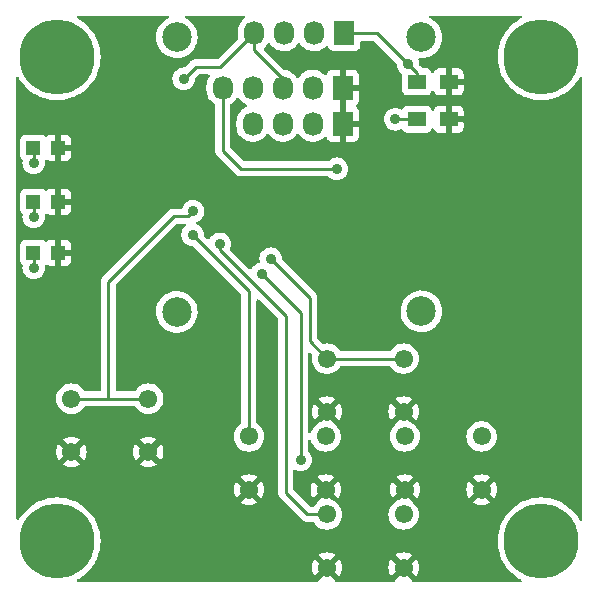
<source format=gbl>
%TF.GenerationSoftware,KiCad,Pcbnew,(6.0.1)*%
%TF.CreationDate,2022-06-06T15:05:32-04:00*%
%TF.ProjectId,MyMenu,4d794d65-6e75-42e6-9b69-6361645f7063,rev?*%
%TF.SameCoordinates,Original*%
%TF.FileFunction,Copper,L2,Bot*%
%TF.FilePolarity,Positive*%
%FSLAX46Y46*%
G04 Gerber Fmt 4.6, Leading zero omitted, Abs format (unit mm)*
G04 Created by KiCad (PCBNEW (6.0.1)) date 2022-06-06 15:05:32*
%MOMM*%
%LPD*%
G01*
G04 APERTURE LIST*
%TA.AperFunction,ComponentPad*%
%ADD10C,6.350000*%
%TD*%
%TA.AperFunction,ComponentPad*%
%ADD11C,2.500000*%
%TD*%
%TA.AperFunction,ComponentPad*%
%ADD12R,1.727200X2.032000*%
%TD*%
%TA.AperFunction,ComponentPad*%
%ADD13O,1.727200X2.032000*%
%TD*%
%TA.AperFunction,SMDPad,CuDef*%
%ADD14R,1.500000X1.300000*%
%TD*%
%TA.AperFunction,ComponentPad*%
%ADD15C,1.549400*%
%TD*%
%TA.AperFunction,SMDPad,CuDef*%
%ADD16R,1.198880X1.198880*%
%TD*%
%TA.AperFunction,ViaPad*%
%ADD17C,0.889000*%
%TD*%
%TA.AperFunction,Conductor*%
%ADD18C,0.254000*%
%TD*%
G04 APERTURE END LIST*
D10*
%TO.P,MTG4,1,1*%
%TO.N,unconnected-(MTG4-Pad1)*%
X45000000Y-45000000D03*
%TD*%
%TO.P,MTG3,1,1*%
%TO.N,unconnected-(MTG3-Pad1)*%
X4000000Y-45000000D03*
%TD*%
%TO.P,MTG2,1,1*%
%TO.N,unconnected-(MTG2-Pad1)*%
X45000000Y-4000000D03*
%TD*%
%TO.P,MTG1,1,1*%
%TO.N,unconnected-(MTG1-Pad1)*%
X4000000Y-4000000D03*
%TD*%
D11*
%TO.P,MTG5,1,1*%
%TO.N,unconnected-(MTG5-Pad1)*%
X34850000Y-25550000D03*
%TD*%
%TO.P,MTG6,1,1*%
%TO.N,unconnected-(MTG6-Pad1)*%
X14150000Y-25600000D03*
%TD*%
%TO.P,MTG7,1,1*%
%TO.N,unconnected-(MTG7-Pad1)*%
X34850000Y-2350000D03*
%TD*%
%TO.P,MTG8,1,1*%
%TO.N,unconnected-(MTG8-Pad1)*%
X14150000Y-2350000D03*
%TD*%
D12*
%TO.P,P2,1*%
%TO.N,/GND*%
X28190000Y-6628000D03*
D13*
%TO.P,P2,2*%
%TO.N,/VCC*%
X25650000Y-6628000D03*
%TO.P,P2,3*%
%TO.N,/SDA*%
X23110000Y-6628000D03*
%TO.P,P2,4*%
%TO.N,/SCL*%
X20570000Y-6628000D03*
%TO.P,P2,5*%
%TO.N,/INT\u002A*%
X18030000Y-6628000D03*
%TD*%
D12*
%TO.P,P3,1,P1*%
%TO.N,/GND*%
X28190000Y-9676000D03*
D13*
%TO.P,P3,2,P2*%
%TO.N,/VCC*%
X25650000Y-9676000D03*
%TO.P,P3,3,P3*%
%TO.N,/SDA*%
X23110000Y-9676000D03*
%TO.P,P3,4,P4*%
%TO.N,/SCL*%
X20570000Y-9676000D03*
%TD*%
D14*
%TO.P,R20,1*%
%TO.N,Net-(P1-Pad1)*%
X34460000Y-6120000D03*
%TO.P,R20,2*%
%TO.N,/GND*%
X37160000Y-6120000D03*
%TD*%
%TO.P,R21,1*%
%TO.N,Net-(P1-Pad2)*%
X34460000Y-9295000D03*
%TO.P,R21,2*%
%TO.N,/GND*%
X37160000Y-9295000D03*
%TD*%
D12*
%TO.P,P1,1,P1*%
%TO.N,Net-(P1-Pad1)*%
X28310000Y-2000000D03*
D13*
%TO.P,P1,2,P2*%
%TO.N,Net-(P1-Pad2)*%
X25770000Y-2000000D03*
%TO.P,P1,3,P3*%
%TO.N,/SCL*%
X23230000Y-2000000D03*
%TO.P,P1,4,P4*%
%TO.N,/SDA*%
X20690000Y-2000000D03*
%TD*%
D15*
%TO.P,SW1,1,1*%
%TO.N,Net-(R19-Pad2)*%
X39951200Y-36149560D03*
%TO.P,SW1,2,2*%
X33448800Y-36149560D03*
%TO.P,SW1,3,3*%
%TO.N,/GND*%
X39951200Y-40650440D03*
%TO.P,SW1,4,4*%
X33448800Y-40650440D03*
%TD*%
%TO.P,SW2,1,1*%
%TO.N,Net-(R9-Pad2)*%
X33351200Y-29549560D03*
%TO.P,SW2,2,2*%
X26848800Y-29549560D03*
%TO.P,SW2,3,3*%
%TO.N,/GND*%
X33351200Y-34050440D03*
%TO.P,SW2,4,4*%
X26848800Y-34050440D03*
%TD*%
%TO.P,SW3,1,1*%
%TO.N,Net-(R8-Pad2)*%
X33351200Y-42749560D03*
%TO.P,SW3,2,2*%
X26848800Y-42749560D03*
%TO.P,SW3,3,3*%
%TO.N,/GND*%
X33351200Y-47250440D03*
%TO.P,SW3,4,4*%
X26848800Y-47250440D03*
%TD*%
%TO.P,SW4,1,1*%
%TO.N,Net-(R7-Pad2)*%
X26751200Y-36149560D03*
%TO.P,SW4,2,2*%
X20248800Y-36149560D03*
%TO.P,SW4,3,3*%
%TO.N,/GND*%
X26751200Y-40650440D03*
%TO.P,SW4,4,4*%
X20248800Y-40650440D03*
%TD*%
%TO.P,SW5,1,1*%
%TO.N,Net-(R6-Pad2)*%
X11727200Y-32949560D03*
%TO.P,SW5,2,2*%
X5224800Y-32949560D03*
%TO.P,SW5,3,3*%
%TO.N,/GND*%
X11727200Y-37450440D03*
%TO.P,SW5,4,4*%
X5224800Y-37450440D03*
%TD*%
D16*
%TO.P,D1,1,A*%
%TO.N,Net-(D1-Pad1)*%
X1994980Y-11708000D03*
%TO.P,D1,2,K*%
%TO.N,/GND*%
X4093020Y-11708000D03*
%TD*%
%TO.P,D2,1,A*%
%TO.N,Net-(D2-Pad1)*%
X1994980Y-16280000D03*
%TO.P,D2,2,K*%
%TO.N,/GND*%
X4093020Y-16280000D03*
%TD*%
%TO.P,D3,1,A*%
%TO.N,Net-(D3-Pad1)*%
X1994980Y-20598000D03*
%TO.P,D3,2,K*%
%TO.N,/GND*%
X4093020Y-20598000D03*
%TD*%
D17*
%TO.N,/GND*%
X42160000Y-28472000D03*
X43684000Y-17804000D03*
X30730000Y-13486000D03*
X43684000Y-22376000D03*
%TO.N,/SDA*%
X14728000Y-5866000D03*
%TO.N,Net-(D1-Pad1)*%
X2028000Y-12978000D03*
%TO.N,Net-(D2-Pad1)*%
X2028000Y-17550000D03*
%TO.N,Net-(D3-Pad1)*%
X2028000Y-21868000D03*
%TO.N,Net-(R6-Pad2)*%
X15518000Y-17070000D03*
%TO.N,Net-(R7-Pad2)*%
X15490000Y-19074000D03*
%TO.N,Net-(R8-Pad2)*%
X17776000Y-19836000D03*
%TO.N,Net-(R9-Pad2)*%
X22094000Y-21106000D03*
%TO.N,Net-(R19-Pad2)*%
X21332000Y-22376000D03*
X24634000Y-38124000D03*
%TO.N,Net-(P1-Pad1)*%
X33727200Y-4646800D03*
%TO.N,Net-(P1-Pad2)*%
X32635000Y-9295000D03*
%TO.N,/INT\u002A*%
X27682000Y-13486000D03*
%TD*%
D18*
%TO.N,/SDA*%
X23110000Y-5866000D02*
X20690000Y-3446000D01*
X20690000Y-3446000D02*
X20690000Y-2000000D01*
X14728000Y-5866000D02*
X15744000Y-4850000D01*
X15744000Y-4850000D02*
X17840000Y-4850000D01*
X17840000Y-4850000D02*
X20690000Y-2000000D01*
X23110000Y-6628000D02*
X23110000Y-5866000D01*
%TO.N,Net-(D1-Pad1)*%
X2091500Y-12914500D02*
X2028000Y-12978000D01*
X2091500Y-11708000D02*
X2091500Y-12914500D01*
%TO.N,Net-(D2-Pad1)*%
X2028000Y-17550000D02*
X2091500Y-17486500D01*
X2091500Y-17486500D02*
X2091500Y-16280000D01*
%TO.N,Net-(D3-Pad1)*%
X2091500Y-21804500D02*
X2028000Y-21868000D01*
X2091500Y-20598000D02*
X2091500Y-21804500D01*
%TO.N,Net-(R6-Pad2)*%
X8350000Y-32949560D02*
X11727200Y-32949560D01*
X8350000Y-23050000D02*
X13908000Y-17492000D01*
X15518000Y-17070000D02*
X15096000Y-17492000D01*
X15096000Y-17492000D02*
X13908000Y-17492000D01*
X5224800Y-32949560D02*
X8350000Y-32949560D01*
X8350000Y-32949560D02*
X8350000Y-23050000D01*
%TO.N,Net-(R7-Pad2)*%
X15490000Y-19074000D02*
X20248800Y-23832800D01*
X20248800Y-23832800D02*
X20248800Y-36149560D01*
%TO.N,Net-(R8-Pad2)*%
X25195560Y-42749560D02*
X23364000Y-40918000D01*
X17776000Y-20344000D02*
X23364000Y-25932000D01*
X23364000Y-25932000D02*
X23364000Y-40918000D01*
X26848800Y-42749560D02*
X25195560Y-42749560D01*
X17776000Y-19836000D02*
X17776000Y-20344000D01*
%TO.N,Net-(R9-Pad2)*%
X22094000Y-21106000D02*
X25396000Y-24408000D01*
X25396000Y-24408000D02*
X25396000Y-28096760D01*
X25396000Y-28096760D02*
X26848800Y-29549560D01*
X26848800Y-29549560D02*
X33351200Y-29549560D01*
%TO.N,Net-(R19-Pad2)*%
X21332000Y-22376000D02*
X24634000Y-25678000D01*
X24634000Y-25678000D02*
X24634000Y-38124000D01*
%TO.N,Net-(P1-Pad1)*%
X33727200Y-4646800D02*
X31080400Y-2000000D01*
X31080400Y-2000000D02*
X28310000Y-2000000D01*
X34460000Y-5379600D02*
X33727200Y-4646800D01*
X34460000Y-6120000D02*
X34460000Y-5379600D01*
%TO.N,Net-(P1-Pad2)*%
X34460000Y-9295000D02*
X32635000Y-9295000D01*
%TO.N,/INT\u002A*%
X18030000Y-11962000D02*
X19554000Y-13486000D01*
X19554000Y-13486000D02*
X27682000Y-13486000D01*
X18030000Y-6628000D02*
X18030000Y-11962000D01*
%TD*%
%TA.AperFunction,Conductor*%
%TO.N,/GND*%
G36*
X13438948Y-528002D02*
G01*
X13485441Y-581658D01*
X13495545Y-651932D01*
X13466051Y-716512D01*
X13423578Y-748426D01*
X13295072Y-807668D01*
X13256067Y-833241D01*
X13080404Y-948410D01*
X13080399Y-948414D01*
X13076491Y-950976D01*
X12881494Y-1125018D01*
X12714363Y-1325970D01*
X12711934Y-1329973D01*
X12582318Y-1543574D01*
X12578771Y-1549419D01*
X12477697Y-1790455D01*
X12413359Y-2043783D01*
X12387173Y-2303839D01*
X12387397Y-2308505D01*
X12387397Y-2308511D01*
X12393443Y-2434373D01*
X12399713Y-2564908D01*
X12450704Y-2821256D01*
X12539026Y-3067252D01*
X12541242Y-3071376D01*
X12605753Y-3191437D01*
X12662737Y-3297491D01*
X12665532Y-3301234D01*
X12665534Y-3301237D01*
X12816330Y-3503177D01*
X12816335Y-3503183D01*
X12819122Y-3506915D01*
X12822431Y-3510195D01*
X12822436Y-3510201D01*
X12930909Y-3617731D01*
X13004743Y-3690923D01*
X13008505Y-3693681D01*
X13008508Y-3693684D01*
X13154064Y-3800410D01*
X13215524Y-3845474D01*
X13219667Y-3847654D01*
X13219669Y-3847655D01*
X13442684Y-3964989D01*
X13442689Y-3964991D01*
X13446834Y-3967172D01*
X13693590Y-4053344D01*
X13698183Y-4054216D01*
X13945785Y-4101224D01*
X13945788Y-4101224D01*
X13950374Y-4102095D01*
X14080958Y-4107226D01*
X14206875Y-4112174D01*
X14206881Y-4112174D01*
X14211543Y-4112357D01*
X14290977Y-4103657D01*
X14466707Y-4084412D01*
X14466712Y-4084411D01*
X14471360Y-4083902D01*
X14584116Y-4054216D01*
X14719594Y-4018548D01*
X14719596Y-4018547D01*
X14724117Y-4017357D01*
X14764517Y-4000000D01*
X14948935Y-3920767D01*
X14964262Y-3914182D01*
X15051825Y-3859997D01*
X15182547Y-3779104D01*
X15182548Y-3779104D01*
X15186519Y-3776646D01*
X15190082Y-3773629D01*
X15190087Y-3773626D01*
X15382439Y-3610787D01*
X15382440Y-3610786D01*
X15386005Y-3607768D01*
X15414503Y-3575272D01*
X15555257Y-3414774D01*
X15555261Y-3414769D01*
X15558339Y-3411259D01*
X15699733Y-3191437D01*
X15807083Y-2953129D01*
X15836292Y-2849563D01*
X15876760Y-2706076D01*
X15876761Y-2706073D01*
X15878030Y-2701572D01*
X15894832Y-2569496D01*
X15910616Y-2445421D01*
X15910616Y-2445417D01*
X15911014Y-2442291D01*
X15913431Y-2350000D01*
X15909655Y-2299185D01*
X15894407Y-2094000D01*
X15894406Y-2093996D01*
X15894061Y-2089348D01*
X15882725Y-2039248D01*
X15837408Y-1838980D01*
X15836377Y-1834423D01*
X15817603Y-1786146D01*
X15743340Y-1595176D01*
X15743339Y-1595173D01*
X15741647Y-1590823D01*
X15715409Y-1544915D01*
X15686377Y-1494121D01*
X15611951Y-1363902D01*
X15450138Y-1158643D01*
X15259763Y-979557D01*
X15045009Y-830576D01*
X15015943Y-816242D01*
X14875546Y-747006D01*
X14823297Y-698938D01*
X14805330Y-630252D01*
X14827349Y-562756D01*
X14882364Y-517880D01*
X14931274Y-508000D01*
X19803991Y-508000D01*
X19872112Y-528002D01*
X19918605Y-581658D01*
X19928709Y-651932D01*
X19899215Y-716512D01*
X19880179Y-734016D01*
X19878641Y-734949D01*
X19863110Y-748426D01*
X19709709Y-881540D01*
X19702770Y-887561D01*
X19699387Y-891687D01*
X19699383Y-891691D01*
X19652877Y-948410D01*
X19555128Y-1067624D01*
X19552489Y-1072260D01*
X19552487Y-1072263D01*
X19457860Y-1238500D01*
X19439935Y-1269989D01*
X19438114Y-1275005D01*
X19438112Y-1275010D01*
X19368349Y-1467203D01*
X19360485Y-1488869D01*
X19359536Y-1494118D01*
X19359535Y-1494121D01*
X19349536Y-1549419D01*
X19319050Y-1718007D01*
X19317900Y-1742394D01*
X19317900Y-2210868D01*
X19332626Y-2384420D01*
X19332695Y-2384685D01*
X19324631Y-2453694D01*
X19297767Y-2493500D01*
X17613672Y-4177595D01*
X17551360Y-4211621D01*
X17524577Y-4214500D01*
X15823032Y-4214500D01*
X15811793Y-4213970D01*
X15804281Y-4212291D01*
X15796356Y-4212540D01*
X15796355Y-4212540D01*
X15735970Y-4214438D01*
X15732012Y-4214500D01*
X15704017Y-4214500D01*
X15700083Y-4214997D01*
X15700081Y-4214997D01*
X15699994Y-4215008D01*
X15688160Y-4215940D01*
X15643795Y-4217335D01*
X15636182Y-4219547D01*
X15636181Y-4219547D01*
X15624252Y-4223013D01*
X15604888Y-4227023D01*
X15592560Y-4228580D01*
X15592558Y-4228580D01*
X15584701Y-4229573D01*
X15577337Y-4232489D01*
X15577332Y-4232490D01*
X15543444Y-4245907D01*
X15532215Y-4249752D01*
X15515535Y-4254598D01*
X15489607Y-4262131D01*
X15482780Y-4266169D01*
X15482777Y-4266170D01*
X15472094Y-4272488D01*
X15454336Y-4281188D01*
X15442785Y-4285761D01*
X15442779Y-4285765D01*
X15435412Y-4288681D01*
X15429001Y-4293339D01*
X15428999Y-4293340D01*
X15399512Y-4314764D01*
X15389590Y-4321281D01*
X15358232Y-4339826D01*
X15358228Y-4339829D01*
X15351402Y-4343866D01*
X15337018Y-4358250D01*
X15321984Y-4371091D01*
X15305513Y-4383058D01*
X15300460Y-4389166D01*
X15277223Y-4417255D01*
X15269233Y-4426035D01*
X14823167Y-4872101D01*
X14760855Y-4906127D01*
X14736772Y-4908631D01*
X14734685Y-4908412D01*
X14602148Y-4920474D01*
X14554703Y-4924792D01*
X14554702Y-4924792D01*
X14548562Y-4925351D01*
X14542648Y-4927092D01*
X14542646Y-4927092D01*
X14425739Y-4961500D01*
X14369273Y-4978119D01*
X14363808Y-4980976D01*
X14282738Y-5023358D01*
X14203647Y-5064705D01*
X14057995Y-5181813D01*
X13937862Y-5324981D01*
X13934899Y-5330370D01*
X13934896Y-5330375D01*
X13889402Y-5413130D01*
X13847826Y-5488757D01*
X13845965Y-5494624D01*
X13845964Y-5494626D01*
X13839323Y-5515561D01*
X13791315Y-5666901D01*
X13770482Y-5852630D01*
X13786121Y-6038867D01*
X13837636Y-6218520D01*
X13859392Y-6260852D01*
X13916683Y-6372329D01*
X13923064Y-6384746D01*
X13926887Y-6389570D01*
X13926890Y-6389574D01*
X13991007Y-6470469D01*
X14039152Y-6531212D01*
X14043846Y-6535207D01*
X14076819Y-6563269D01*
X14181478Y-6652342D01*
X14344621Y-6743519D01*
X14522367Y-6801272D01*
X14707945Y-6823401D01*
X14714080Y-6822929D01*
X14714082Y-6822929D01*
X14776397Y-6818134D01*
X14894287Y-6809063D01*
X15074296Y-6758804D01*
X15079785Y-6756031D01*
X15079791Y-6756029D01*
X15157159Y-6716947D01*
X15241114Y-6674538D01*
X15269524Y-6652342D01*
X15293486Y-6633621D01*
X15388387Y-6559475D01*
X15392413Y-6554811D01*
X15392416Y-6554808D01*
X15506480Y-6422663D01*
X15510507Y-6417998D01*
X15602821Y-6255495D01*
X15617091Y-6212600D01*
X15659867Y-6084009D01*
X15661814Y-6078157D01*
X15677554Y-5953565D01*
X15684796Y-5896241D01*
X15684797Y-5896232D01*
X15685238Y-5892738D01*
X15685611Y-5866000D01*
X15685468Y-5864541D01*
X15702505Y-5796037D01*
X15722165Y-5770567D01*
X15844639Y-5648094D01*
X15970329Y-5522404D01*
X16032641Y-5488379D01*
X16059424Y-5485500D01*
X16801165Y-5485500D01*
X16869286Y-5505502D01*
X16915779Y-5559158D01*
X16925883Y-5629432D01*
X16900731Y-5686548D01*
X16901534Y-5687100D01*
X16898621Y-5691338D01*
X16898597Y-5691393D01*
X16895128Y-5695624D01*
X16892489Y-5700260D01*
X16892487Y-5700263D01*
X16801483Y-5860135D01*
X16779935Y-5897989D01*
X16778114Y-5903005D01*
X16778112Y-5903010D01*
X16702305Y-6111854D01*
X16700485Y-6116869D01*
X16659050Y-6346007D01*
X16658855Y-6350146D01*
X16658854Y-6350153D01*
X16657970Y-6368905D01*
X16657900Y-6370394D01*
X16657900Y-6838868D01*
X16672626Y-7012420D01*
X16673964Y-7017577D01*
X16673965Y-7017580D01*
X16719388Y-7192584D01*
X16731125Y-7237806D01*
X16733317Y-7242672D01*
X16733318Y-7242675D01*
X16749231Y-7278000D01*
X16826762Y-7450113D01*
X16956804Y-7643272D01*
X16960483Y-7647129D01*
X16960485Y-7647131D01*
X17006614Y-7695486D01*
X17117532Y-7811758D01*
X17304350Y-7950754D01*
X17309102Y-7953170D01*
X17309107Y-7953173D01*
X17325606Y-7961562D01*
X17377264Y-8010266D01*
X17394500Y-8073878D01*
X17394500Y-11882980D01*
X17393970Y-11894214D01*
X17392292Y-11901719D01*
X17392541Y-11909638D01*
X17394438Y-11970012D01*
X17394500Y-11973969D01*
X17394500Y-12001983D01*
X17394996Y-12005908D01*
X17394996Y-12005909D01*
X17395008Y-12006004D01*
X17395941Y-12017849D01*
X17397335Y-12062205D01*
X17399547Y-12069817D01*
X17403013Y-12081748D01*
X17407023Y-12101112D01*
X17409573Y-12121299D01*
X17412489Y-12128663D01*
X17412490Y-12128668D01*
X17425907Y-12162556D01*
X17429752Y-12173785D01*
X17442131Y-12216393D01*
X17446169Y-12223220D01*
X17446170Y-12223223D01*
X17452488Y-12233906D01*
X17461188Y-12251664D01*
X17465761Y-12263215D01*
X17465765Y-12263221D01*
X17468681Y-12270588D01*
X17473339Y-12276999D01*
X17473340Y-12277001D01*
X17494764Y-12306488D01*
X17501281Y-12316410D01*
X17519826Y-12347768D01*
X17519829Y-12347772D01*
X17523866Y-12354598D01*
X17538250Y-12368982D01*
X17551091Y-12384016D01*
X17563058Y-12400487D01*
X17569166Y-12405540D01*
X17597255Y-12428777D01*
X17606035Y-12436767D01*
X19048745Y-13879477D01*
X19056322Y-13887803D01*
X19060447Y-13894303D01*
X19066225Y-13899729D01*
X19066226Y-13899730D01*
X19110281Y-13941100D01*
X19113123Y-13943855D01*
X19132906Y-13963638D01*
X19136114Y-13966126D01*
X19145143Y-13973837D01*
X19177494Y-14004217D01*
X19184443Y-14008037D01*
X19195329Y-14014022D01*
X19211853Y-14024876D01*
X19227933Y-14037349D01*
X19235210Y-14040498D01*
X19268650Y-14054969D01*
X19279311Y-14060192D01*
X19311247Y-14077749D01*
X19311252Y-14077751D01*
X19318197Y-14081569D01*
X19325871Y-14083539D01*
X19325878Y-14083542D01*
X19337913Y-14086632D01*
X19356618Y-14093036D01*
X19368013Y-14097967D01*
X19375292Y-14101117D01*
X19402342Y-14105401D01*
X19419127Y-14108060D01*
X19430740Y-14110465D01*
X19473718Y-14121500D01*
X19494065Y-14121500D01*
X19513777Y-14123051D01*
X19533879Y-14126235D01*
X19541771Y-14125489D01*
X19578056Y-14122059D01*
X19589914Y-14121500D01*
X26911882Y-14121500D01*
X26980003Y-14141502D01*
X26993543Y-14151545D01*
X27135478Y-14272342D01*
X27298621Y-14363519D01*
X27476367Y-14421272D01*
X27661945Y-14443401D01*
X27668080Y-14442929D01*
X27668082Y-14442929D01*
X27724119Y-14438617D01*
X27848287Y-14429063D01*
X28028296Y-14378804D01*
X28033785Y-14376031D01*
X28033791Y-14376029D01*
X28111159Y-14336947D01*
X28195114Y-14294538D01*
X28223524Y-14272342D01*
X28247486Y-14253621D01*
X28342387Y-14179475D01*
X28346413Y-14174811D01*
X28346416Y-14174808D01*
X28430195Y-14077749D01*
X28464507Y-14037998D01*
X28535361Y-13913272D01*
X28553778Y-13880852D01*
X28553779Y-13880851D01*
X28556821Y-13875495D01*
X28564467Y-13852512D01*
X28613867Y-13704009D01*
X28615814Y-13698157D01*
X28623366Y-13638381D01*
X28638796Y-13516241D01*
X28638797Y-13516232D01*
X28639238Y-13512738D01*
X28639611Y-13486000D01*
X28621373Y-13299999D01*
X28567355Y-13121083D01*
X28479615Y-12956066D01*
X28377204Y-12830498D01*
X28365388Y-12816010D01*
X28365385Y-12816007D01*
X28361493Y-12811235D01*
X28355066Y-12805918D01*
X28222239Y-12696034D01*
X28222236Y-12696032D01*
X28217489Y-12692105D01*
X28053089Y-12603214D01*
X27963822Y-12575581D01*
X27880441Y-12549770D01*
X27880438Y-12549769D01*
X27874554Y-12547948D01*
X27868429Y-12547304D01*
X27868428Y-12547304D01*
X27694813Y-12529056D01*
X27694812Y-12529056D01*
X27688685Y-12528412D01*
X27570087Y-12539206D01*
X27508703Y-12544792D01*
X27508702Y-12544792D01*
X27502562Y-12545351D01*
X27496648Y-12547092D01*
X27496646Y-12547092D01*
X27449089Y-12561089D01*
X27323273Y-12598119D01*
X27317808Y-12600976D01*
X27171506Y-12677460D01*
X27157647Y-12684705D01*
X27011995Y-12801813D01*
X27008033Y-12806535D01*
X27003629Y-12810847D01*
X27002536Y-12809731D01*
X26949800Y-12844817D01*
X26912387Y-12850500D01*
X19869423Y-12850500D01*
X19801302Y-12830498D01*
X19780328Y-12813595D01*
X18702405Y-11735672D01*
X18668379Y-11673360D01*
X18665500Y-11646577D01*
X18665500Y-8070691D01*
X18685502Y-8002570D01*
X18726134Y-7962972D01*
X18836799Y-7895818D01*
X18841359Y-7893051D01*
X19017230Y-7740439D01*
X19020613Y-7736313D01*
X19020617Y-7736309D01*
X19161487Y-7564504D01*
X19164872Y-7560376D01*
X19190845Y-7514748D01*
X19241927Y-7465442D01*
X19311558Y-7451580D01*
X19377629Y-7477563D01*
X19404867Y-7506713D01*
X19410277Y-7514748D01*
X19496804Y-7643272D01*
X19500483Y-7647129D01*
X19500485Y-7647131D01*
X19546614Y-7695486D01*
X19657532Y-7811758D01*
X19844350Y-7950754D01*
X19849102Y-7953170D01*
X20020285Y-8040204D01*
X20071943Y-8088907D01*
X20089069Y-8157807D01*
X20066227Y-8225029D01*
X20009464Y-8269711D01*
X19957710Y-8290150D01*
X19758641Y-8410949D01*
X19754611Y-8414446D01*
X19599516Y-8549030D01*
X19582770Y-8563561D01*
X19579387Y-8567687D01*
X19579383Y-8567691D01*
X19540321Y-8615331D01*
X19435128Y-8743624D01*
X19432489Y-8748260D01*
X19432487Y-8748263D01*
X19339077Y-8912362D01*
X19319935Y-8945989D01*
X19318114Y-8951005D01*
X19318112Y-8951010D01*
X19265519Y-9095901D01*
X19240485Y-9164869D01*
X19199050Y-9394007D01*
X19198855Y-9398146D01*
X19198854Y-9398153D01*
X19197970Y-9416905D01*
X19197900Y-9418394D01*
X19197900Y-9886868D01*
X19202057Y-9935865D01*
X19210976Y-10040970D01*
X19212626Y-10060420D01*
X19213964Y-10065577D01*
X19213965Y-10065580D01*
X19262455Y-10252401D01*
X19271125Y-10285806D01*
X19366762Y-10498113D01*
X19496804Y-10691272D01*
X19500483Y-10695129D01*
X19500485Y-10695131D01*
X19546614Y-10743486D01*
X19657532Y-10859758D01*
X19844350Y-10998754D01*
X19849102Y-11001170D01*
X19972371Y-11063843D01*
X20051916Y-11104286D01*
X20156583Y-11136786D01*
X20269193Y-11171753D01*
X20269199Y-11171754D01*
X20274296Y-11173337D01*
X20398660Y-11189820D01*
X20499848Y-11203232D01*
X20499852Y-11203232D01*
X20505132Y-11203932D01*
X20510462Y-11203732D01*
X20510463Y-11203732D01*
X20621477Y-11199564D01*
X20737822Y-11195197D01*
X20849554Y-11171753D01*
X20960486Y-11148477D01*
X20960489Y-11148476D01*
X20965713Y-11147380D01*
X21182290Y-11061850D01*
X21381359Y-10941051D01*
X21394032Y-10930054D01*
X21553197Y-10791939D01*
X21553199Y-10791937D01*
X21557230Y-10788439D01*
X21560613Y-10784313D01*
X21560617Y-10784309D01*
X21666813Y-10654793D01*
X21704872Y-10608376D01*
X21707684Y-10603437D01*
X21730845Y-10562748D01*
X21781927Y-10513442D01*
X21851558Y-10499580D01*
X21917629Y-10525563D01*
X21944867Y-10554713D01*
X22036804Y-10691272D01*
X22040483Y-10695129D01*
X22040485Y-10695131D01*
X22086614Y-10743486D01*
X22197532Y-10859758D01*
X22384350Y-10998754D01*
X22389102Y-11001170D01*
X22512371Y-11063843D01*
X22591916Y-11104286D01*
X22696583Y-11136786D01*
X22809193Y-11171753D01*
X22809199Y-11171754D01*
X22814296Y-11173337D01*
X22938660Y-11189820D01*
X23039848Y-11203232D01*
X23039852Y-11203232D01*
X23045132Y-11203932D01*
X23050462Y-11203732D01*
X23050463Y-11203732D01*
X23161477Y-11199564D01*
X23277822Y-11195197D01*
X23389554Y-11171753D01*
X23500486Y-11148477D01*
X23500489Y-11148476D01*
X23505713Y-11147380D01*
X23722290Y-11061850D01*
X23921359Y-10941051D01*
X23934032Y-10930054D01*
X24093197Y-10791939D01*
X24093199Y-10791937D01*
X24097230Y-10788439D01*
X24100613Y-10784313D01*
X24100617Y-10784309D01*
X24206813Y-10654793D01*
X24244872Y-10608376D01*
X24247684Y-10603437D01*
X24270845Y-10562748D01*
X24321927Y-10513442D01*
X24391558Y-10499580D01*
X24457629Y-10525563D01*
X24484867Y-10554713D01*
X24576804Y-10691272D01*
X24580483Y-10695129D01*
X24580485Y-10695131D01*
X24626614Y-10743486D01*
X24737532Y-10859758D01*
X24924350Y-10998754D01*
X24929102Y-11001170D01*
X25052371Y-11063843D01*
X25131916Y-11104286D01*
X25236583Y-11136786D01*
X25349193Y-11171753D01*
X25349199Y-11171754D01*
X25354296Y-11173337D01*
X25478660Y-11189820D01*
X25579848Y-11203232D01*
X25579852Y-11203232D01*
X25585132Y-11203932D01*
X25590462Y-11203732D01*
X25590463Y-11203732D01*
X25701477Y-11199564D01*
X25817822Y-11195197D01*
X25929554Y-11171753D01*
X26040486Y-11148477D01*
X26040489Y-11148476D01*
X26045713Y-11147380D01*
X26262290Y-11061850D01*
X26461359Y-10941051D01*
X26542656Y-10870506D01*
X26637230Y-10788439D01*
X26638693Y-10790125D01*
X26692265Y-10759908D01*
X26763144Y-10763997D01*
X26820560Y-10805757D01*
X26838723Y-10838418D01*
X26873076Y-10930054D01*
X26881614Y-10945649D01*
X26958115Y-11047724D01*
X26970676Y-11060285D01*
X27072751Y-11136786D01*
X27088346Y-11145324D01*
X27208794Y-11190478D01*
X27224049Y-11194105D01*
X27274914Y-11199631D01*
X27281728Y-11200000D01*
X27917885Y-11200000D01*
X27933124Y-11195525D01*
X27934329Y-11194135D01*
X27936000Y-11186452D01*
X27936000Y-11181884D01*
X28444000Y-11181884D01*
X28448475Y-11197123D01*
X28449865Y-11198328D01*
X28457548Y-11199999D01*
X29098269Y-11199999D01*
X29105090Y-11199629D01*
X29155952Y-11194105D01*
X29171204Y-11190479D01*
X29291654Y-11145324D01*
X29307249Y-11136786D01*
X29409324Y-11060285D01*
X29421885Y-11047724D01*
X29498386Y-10945649D01*
X29506924Y-10930054D01*
X29552078Y-10809606D01*
X29555705Y-10794351D01*
X29561231Y-10743486D01*
X29561600Y-10736672D01*
X29561600Y-9948115D01*
X29557125Y-9932876D01*
X29555735Y-9931671D01*
X29548052Y-9930000D01*
X28462115Y-9930000D01*
X28446876Y-9934475D01*
X28445671Y-9935865D01*
X28444000Y-9943548D01*
X28444000Y-11181884D01*
X27936000Y-11181884D01*
X27936000Y-9403885D01*
X28444000Y-9403885D01*
X28448475Y-9419124D01*
X28449865Y-9420329D01*
X28457548Y-9422000D01*
X29543484Y-9422000D01*
X29558723Y-9417525D01*
X29559928Y-9416135D01*
X29561599Y-9408452D01*
X29561599Y-9281630D01*
X31677482Y-9281630D01*
X31677998Y-9287774D01*
X31688967Y-9418394D01*
X31693121Y-9467867D01*
X31744636Y-9647520D01*
X31830064Y-9813746D01*
X31833887Y-9818570D01*
X31833890Y-9818574D01*
X31924486Y-9932876D01*
X31946152Y-9960212D01*
X31950846Y-9964207D01*
X32057655Y-10055109D01*
X32088478Y-10081342D01*
X32251621Y-10172519D01*
X32429367Y-10230272D01*
X32614945Y-10252401D01*
X32621080Y-10251929D01*
X32621082Y-10251929D01*
X32677119Y-10247617D01*
X32801287Y-10238063D01*
X32981296Y-10187804D01*
X32986789Y-10185029D01*
X32986795Y-10185027D01*
X33089807Y-10132992D01*
X33159629Y-10120132D01*
X33225320Y-10147061D01*
X33256623Y-10184337D01*
X33259385Y-10191705D01*
X33264769Y-10198888D01*
X33264769Y-10198889D01*
X33286862Y-10228368D01*
X33346739Y-10308261D01*
X33463295Y-10395615D01*
X33599684Y-10446745D01*
X33661866Y-10453500D01*
X35258134Y-10453500D01*
X35320316Y-10446745D01*
X35456705Y-10395615D01*
X35573261Y-10308261D01*
X35660615Y-10191705D01*
X35692285Y-10107226D01*
X35734927Y-10050462D01*
X35801488Y-10025762D01*
X35870837Y-10040970D01*
X35920955Y-10091256D01*
X35928249Y-10107226D01*
X35956676Y-10183054D01*
X35965214Y-10198649D01*
X36041715Y-10300724D01*
X36054276Y-10313285D01*
X36156351Y-10389786D01*
X36171946Y-10398324D01*
X36292394Y-10443478D01*
X36307649Y-10447105D01*
X36358514Y-10452631D01*
X36365328Y-10453000D01*
X36887885Y-10453000D01*
X36903124Y-10448525D01*
X36904329Y-10447135D01*
X36906000Y-10439452D01*
X36906000Y-10434884D01*
X37414000Y-10434884D01*
X37418475Y-10450123D01*
X37419865Y-10451328D01*
X37427548Y-10452999D01*
X37954669Y-10452999D01*
X37961490Y-10452629D01*
X38012352Y-10447105D01*
X38027604Y-10443479D01*
X38148054Y-10398324D01*
X38163649Y-10389786D01*
X38265724Y-10313285D01*
X38278285Y-10300724D01*
X38354786Y-10198649D01*
X38363324Y-10183054D01*
X38408478Y-10062606D01*
X38412105Y-10047351D01*
X38417631Y-9996486D01*
X38418000Y-9989672D01*
X38418000Y-9567115D01*
X38413525Y-9551876D01*
X38412135Y-9550671D01*
X38404452Y-9549000D01*
X37432115Y-9549000D01*
X37416876Y-9553475D01*
X37415671Y-9554865D01*
X37414000Y-9562548D01*
X37414000Y-10434884D01*
X36906000Y-10434884D01*
X36906000Y-9022885D01*
X37414000Y-9022885D01*
X37418475Y-9038124D01*
X37419865Y-9039329D01*
X37427548Y-9041000D01*
X38399884Y-9041000D01*
X38415123Y-9036525D01*
X38416328Y-9035135D01*
X38417999Y-9027452D01*
X38417999Y-8600331D01*
X38417629Y-8593510D01*
X38412105Y-8542648D01*
X38408479Y-8527396D01*
X38363324Y-8406946D01*
X38354786Y-8391351D01*
X38278285Y-8289276D01*
X38265724Y-8276715D01*
X38163649Y-8200214D01*
X38148054Y-8191676D01*
X38027606Y-8146522D01*
X38012351Y-8142895D01*
X37961486Y-8137369D01*
X37954672Y-8137000D01*
X37432115Y-8137000D01*
X37416876Y-8141475D01*
X37415671Y-8142865D01*
X37414000Y-8150548D01*
X37414000Y-9022885D01*
X36906000Y-9022885D01*
X36906000Y-8155116D01*
X36901525Y-8139877D01*
X36900135Y-8138672D01*
X36892452Y-8137001D01*
X36365331Y-8137001D01*
X36358510Y-8137371D01*
X36307648Y-8142895D01*
X36292396Y-8146521D01*
X36171946Y-8191676D01*
X36156351Y-8200214D01*
X36054276Y-8276715D01*
X36041715Y-8289276D01*
X35965214Y-8391351D01*
X35956676Y-8406946D01*
X35928249Y-8482774D01*
X35885607Y-8539538D01*
X35819046Y-8564238D01*
X35749697Y-8549030D01*
X35699579Y-8498744D01*
X35692285Y-8482774D01*
X35663767Y-8406703D01*
X35660615Y-8398295D01*
X35573261Y-8281739D01*
X35456705Y-8194385D01*
X35320316Y-8143255D01*
X35258134Y-8136500D01*
X33661866Y-8136500D01*
X33599684Y-8143255D01*
X33463295Y-8194385D01*
X33346739Y-8281739D01*
X33259385Y-8398295D01*
X33256596Y-8405735D01*
X33206706Y-8455517D01*
X33137316Y-8470532D01*
X33086513Y-8455699D01*
X33063444Y-8443226D01*
X33006089Y-8412214D01*
X32916822Y-8384581D01*
X32833441Y-8358770D01*
X32833438Y-8358769D01*
X32827554Y-8356948D01*
X32821429Y-8356304D01*
X32821428Y-8356304D01*
X32647813Y-8338056D01*
X32647812Y-8338056D01*
X32641685Y-8337412D01*
X32523087Y-8348206D01*
X32461703Y-8353792D01*
X32461702Y-8353792D01*
X32455562Y-8354351D01*
X32449648Y-8356092D01*
X32449646Y-8356092D01*
X32330670Y-8391109D01*
X32276273Y-8407119D01*
X32270808Y-8409976D01*
X32119542Y-8489055D01*
X32110647Y-8493705D01*
X31964995Y-8610813D01*
X31844862Y-8753981D01*
X31841899Y-8759370D01*
X31841896Y-8759375D01*
X31768509Y-8892868D01*
X31754826Y-8917757D01*
X31698315Y-9095901D01*
X31677482Y-9281630D01*
X29561599Y-9281630D01*
X29561599Y-8615331D01*
X29561229Y-8608510D01*
X29555705Y-8557648D01*
X29552079Y-8542396D01*
X29506924Y-8421946D01*
X29498386Y-8406351D01*
X29421885Y-8304276D01*
X29409325Y-8291716D01*
X29357435Y-8252827D01*
X29314919Y-8195968D01*
X29309893Y-8125149D01*
X29343953Y-8062856D01*
X29357435Y-8051173D01*
X29409325Y-8012284D01*
X29421885Y-7999724D01*
X29498386Y-7897649D01*
X29506924Y-7882054D01*
X29552078Y-7761606D01*
X29555705Y-7746351D01*
X29561231Y-7695486D01*
X29561600Y-7688672D01*
X29561600Y-6900115D01*
X29557125Y-6884876D01*
X29555735Y-6883671D01*
X29548052Y-6882000D01*
X28462115Y-6882000D01*
X28446876Y-6886475D01*
X28445671Y-6887865D01*
X28444000Y-6895548D01*
X28444000Y-9403885D01*
X27936000Y-9403885D01*
X27936000Y-6355885D01*
X28444000Y-6355885D01*
X28448475Y-6371124D01*
X28449865Y-6372329D01*
X28457548Y-6374000D01*
X29543484Y-6374000D01*
X29558723Y-6369525D01*
X29559928Y-6368135D01*
X29561599Y-6360452D01*
X29561599Y-5567331D01*
X29561229Y-5560510D01*
X29555705Y-5509648D01*
X29552079Y-5494396D01*
X29506924Y-5373946D01*
X29498386Y-5358351D01*
X29421885Y-5256276D01*
X29409324Y-5243715D01*
X29307249Y-5167214D01*
X29291654Y-5158676D01*
X29171206Y-5113522D01*
X29155951Y-5109895D01*
X29105086Y-5104369D01*
X29098272Y-5104000D01*
X28462115Y-5104000D01*
X28446876Y-5108475D01*
X28445671Y-5109865D01*
X28444000Y-5117548D01*
X28444000Y-6355885D01*
X27936000Y-6355885D01*
X27936000Y-5122116D01*
X27931525Y-5106877D01*
X27930135Y-5105672D01*
X27922452Y-5104001D01*
X27281731Y-5104001D01*
X27274910Y-5104371D01*
X27224048Y-5109895D01*
X27208796Y-5113521D01*
X27088346Y-5158676D01*
X27072751Y-5167214D01*
X26970676Y-5243715D01*
X26958115Y-5256276D01*
X26881614Y-5358351D01*
X26873076Y-5373946D01*
X26837038Y-5470076D01*
X26794396Y-5526840D01*
X26727834Y-5551540D01*
X26658486Y-5536332D01*
X26627886Y-5512817D01*
X26566158Y-5448109D01*
X26566151Y-5448103D01*
X26562468Y-5444242D01*
X26375650Y-5305246D01*
X26251549Y-5242150D01*
X26172842Y-5202133D01*
X26172841Y-5202133D01*
X26168084Y-5199714D01*
X26040407Y-5160069D01*
X25950807Y-5132247D01*
X25950801Y-5132246D01*
X25945704Y-5130663D01*
X25816377Y-5113522D01*
X25720152Y-5100768D01*
X25720148Y-5100768D01*
X25714868Y-5100068D01*
X25709538Y-5100268D01*
X25709537Y-5100268D01*
X25600294Y-5104369D01*
X25482178Y-5108803D01*
X25418730Y-5122116D01*
X25259514Y-5155523D01*
X25259511Y-5155524D01*
X25254287Y-5156620D01*
X25037710Y-5242150D01*
X24838641Y-5362949D01*
X24834611Y-5366446D01*
X24683947Y-5497185D01*
X24662770Y-5515561D01*
X24659387Y-5519687D01*
X24659383Y-5519691D01*
X24598734Y-5593659D01*
X24515128Y-5695624D01*
X24512489Y-5700260D01*
X24512487Y-5700263D01*
X24489155Y-5741252D01*
X24438073Y-5790558D01*
X24368442Y-5804420D01*
X24302371Y-5778437D01*
X24275133Y-5749287D01*
X24214425Y-5659114D01*
X24183196Y-5612728D01*
X24139890Y-5567331D01*
X24026152Y-5448104D01*
X24022468Y-5444242D01*
X23835650Y-5305246D01*
X23711549Y-5242150D01*
X23632842Y-5202133D01*
X23632841Y-5202133D01*
X23628084Y-5199714D01*
X23485766Y-5155523D01*
X23410800Y-5132245D01*
X23410796Y-5132244D01*
X23405704Y-5130663D01*
X23400425Y-5129963D01*
X23400419Y-5129962D01*
X23330833Y-5120739D01*
X23295518Y-5116059D01*
X23230617Y-5087280D01*
X23222979Y-5080246D01*
X21546886Y-3404153D01*
X21512860Y-3341841D01*
X21517925Y-3271026D01*
X21553401Y-3219892D01*
X21673197Y-3115939D01*
X21673199Y-3115937D01*
X21677230Y-3112439D01*
X21680613Y-3108313D01*
X21680617Y-3108309D01*
X21804359Y-2957393D01*
X21824872Y-2932376D01*
X21850845Y-2886748D01*
X21901927Y-2837442D01*
X21971558Y-2823580D01*
X22037629Y-2849563D01*
X22064867Y-2878713D01*
X22156804Y-3015272D01*
X22160483Y-3019129D01*
X22160485Y-3019131D01*
X22206657Y-3067531D01*
X22317532Y-3183758D01*
X22504350Y-3322754D01*
X22509102Y-3325170D01*
X22632310Y-3387812D01*
X22711916Y-3428286D01*
X22818010Y-3461229D01*
X22929193Y-3495753D01*
X22929199Y-3495754D01*
X22934296Y-3497337D01*
X23031354Y-3510201D01*
X23159848Y-3527232D01*
X23159852Y-3527232D01*
X23165132Y-3527932D01*
X23170462Y-3527732D01*
X23170463Y-3527732D01*
X23281477Y-3523565D01*
X23397822Y-3519197D01*
X23509554Y-3495753D01*
X23620486Y-3472477D01*
X23620489Y-3472476D01*
X23625713Y-3471380D01*
X23842290Y-3385850D01*
X24041359Y-3265051D01*
X24093401Y-3219892D01*
X24213197Y-3115939D01*
X24213199Y-3115937D01*
X24217230Y-3112439D01*
X24220613Y-3108313D01*
X24220617Y-3108309D01*
X24344359Y-2957393D01*
X24364872Y-2932376D01*
X24390845Y-2886748D01*
X24441927Y-2837442D01*
X24511558Y-2823580D01*
X24577629Y-2849563D01*
X24604867Y-2878713D01*
X24696804Y-3015272D01*
X24700483Y-3019129D01*
X24700485Y-3019131D01*
X24746657Y-3067531D01*
X24857532Y-3183758D01*
X25044350Y-3322754D01*
X25049102Y-3325170D01*
X25172310Y-3387812D01*
X25251916Y-3428286D01*
X25358010Y-3461229D01*
X25469193Y-3495753D01*
X25469199Y-3495754D01*
X25474296Y-3497337D01*
X25571354Y-3510201D01*
X25699848Y-3527232D01*
X25699852Y-3527232D01*
X25705132Y-3527932D01*
X25710462Y-3527732D01*
X25710463Y-3527732D01*
X25821477Y-3523565D01*
X25937822Y-3519197D01*
X26049554Y-3495753D01*
X26160486Y-3472477D01*
X26160489Y-3472476D01*
X26165713Y-3471380D01*
X26382290Y-3385850D01*
X26581359Y-3265051D01*
X26757230Y-3112439D01*
X26758794Y-3114241D01*
X26811907Y-3084298D01*
X26882785Y-3088403D01*
X26940192Y-3130175D01*
X26958338Y-3162814D01*
X26995785Y-3262705D01*
X27083139Y-3379261D01*
X27199695Y-3466615D01*
X27336084Y-3517745D01*
X27398266Y-3524500D01*
X29221734Y-3524500D01*
X29283916Y-3517745D01*
X29420305Y-3466615D01*
X29536861Y-3379261D01*
X29624215Y-3262705D01*
X29675345Y-3126316D01*
X29682100Y-3064134D01*
X29682100Y-2761500D01*
X29702102Y-2693379D01*
X29755758Y-2646886D01*
X29808100Y-2635500D01*
X30764978Y-2635500D01*
X30833099Y-2655502D01*
X30854073Y-2672405D01*
X32733265Y-4551597D01*
X32767291Y-4613909D01*
X32769255Y-4633466D01*
X32769682Y-4633430D01*
X32780616Y-4763633D01*
X32785321Y-4819667D01*
X32836836Y-4999320D01*
X32839651Y-5004797D01*
X32918686Y-5158583D01*
X32922264Y-5165546D01*
X32926087Y-5170370D01*
X32926090Y-5170374D01*
X32988622Y-5249269D01*
X33038352Y-5312012D01*
X33043046Y-5316007D01*
X33157164Y-5413130D01*
X33196076Y-5472513D01*
X33201500Y-5509083D01*
X33201500Y-6818134D01*
X33208255Y-6880316D01*
X33259385Y-7016705D01*
X33346739Y-7133261D01*
X33463295Y-7220615D01*
X33599684Y-7271745D01*
X33661866Y-7278500D01*
X35258134Y-7278500D01*
X35320316Y-7271745D01*
X35456705Y-7220615D01*
X35573261Y-7133261D01*
X35660615Y-7016705D01*
X35692285Y-6932226D01*
X35734927Y-6875462D01*
X35801488Y-6850762D01*
X35870837Y-6865970D01*
X35920955Y-6916256D01*
X35928249Y-6932226D01*
X35956676Y-7008054D01*
X35965214Y-7023649D01*
X36041715Y-7125724D01*
X36054276Y-7138285D01*
X36156351Y-7214786D01*
X36171946Y-7223324D01*
X36292394Y-7268478D01*
X36307649Y-7272105D01*
X36358514Y-7277631D01*
X36365328Y-7278000D01*
X36887885Y-7278000D01*
X36903124Y-7273525D01*
X36904329Y-7272135D01*
X36906000Y-7264452D01*
X36906000Y-7259884D01*
X37414000Y-7259884D01*
X37418475Y-7275123D01*
X37419865Y-7276328D01*
X37427548Y-7277999D01*
X37954669Y-7277999D01*
X37961490Y-7277629D01*
X38012352Y-7272105D01*
X38027604Y-7268479D01*
X38148054Y-7223324D01*
X38163649Y-7214786D01*
X38265724Y-7138285D01*
X38278285Y-7125724D01*
X38354786Y-7023649D01*
X38363324Y-7008054D01*
X38408478Y-6887606D01*
X38412105Y-6872351D01*
X38417631Y-6821486D01*
X38418000Y-6814672D01*
X38418000Y-6392115D01*
X38413525Y-6376876D01*
X38412135Y-6375671D01*
X38404452Y-6374000D01*
X37432115Y-6374000D01*
X37416876Y-6378475D01*
X37415671Y-6379865D01*
X37414000Y-6387548D01*
X37414000Y-7259884D01*
X36906000Y-7259884D01*
X36906000Y-5847885D01*
X37414000Y-5847885D01*
X37418475Y-5863124D01*
X37419865Y-5864329D01*
X37427548Y-5866000D01*
X38399884Y-5866000D01*
X38415123Y-5861525D01*
X38416328Y-5860135D01*
X38417999Y-5852452D01*
X38417999Y-5425331D01*
X38417629Y-5418510D01*
X38412105Y-5367648D01*
X38408479Y-5352396D01*
X38363324Y-5231946D01*
X38354786Y-5216351D01*
X38278285Y-5114276D01*
X38265724Y-5101715D01*
X38163649Y-5025214D01*
X38148054Y-5016676D01*
X38027606Y-4971522D01*
X38012351Y-4967895D01*
X37961486Y-4962369D01*
X37954672Y-4962000D01*
X37432115Y-4962000D01*
X37416876Y-4966475D01*
X37415671Y-4967865D01*
X37414000Y-4975548D01*
X37414000Y-5847885D01*
X36906000Y-5847885D01*
X36906000Y-4980116D01*
X36901525Y-4964877D01*
X36900135Y-4963672D01*
X36892452Y-4962001D01*
X36365331Y-4962001D01*
X36358510Y-4962371D01*
X36307648Y-4967895D01*
X36292396Y-4971521D01*
X36171946Y-5016676D01*
X36156351Y-5025214D01*
X36054276Y-5101715D01*
X36041715Y-5114276D01*
X35965214Y-5216351D01*
X35956676Y-5231946D01*
X35928249Y-5307774D01*
X35885607Y-5364538D01*
X35819046Y-5389238D01*
X35749697Y-5374030D01*
X35699579Y-5323744D01*
X35692285Y-5307774D01*
X35663767Y-5231703D01*
X35660615Y-5223295D01*
X35573261Y-5106739D01*
X35456705Y-5019385D01*
X35320316Y-4968255D01*
X35258134Y-4961500D01*
X34996948Y-4961500D01*
X34928827Y-4941498D01*
X34916632Y-4932584D01*
X34892750Y-4912827D01*
X34883971Y-4904838D01*
X34721636Y-4742503D01*
X34687610Y-4680191D01*
X34684963Y-4653832D01*
X34684910Y-4653834D01*
X34684872Y-4652926D01*
X34684743Y-4651642D01*
X34684762Y-4650299D01*
X34684811Y-4646800D01*
X34666573Y-4460799D01*
X34612555Y-4281883D01*
X34610727Y-4278446D01*
X34603346Y-4208624D01*
X34635237Y-4145193D01*
X34696360Y-4109074D01*
X34732250Y-4105312D01*
X34780039Y-4107190D01*
X34906875Y-4112174D01*
X34906881Y-4112174D01*
X34911543Y-4112357D01*
X34990977Y-4103657D01*
X35166707Y-4084412D01*
X35166712Y-4084411D01*
X35171360Y-4083902D01*
X35284116Y-4054216D01*
X35419594Y-4018548D01*
X35419596Y-4018547D01*
X35424117Y-4017357D01*
X35464517Y-4000000D01*
X35648935Y-3920767D01*
X35664262Y-3914182D01*
X35751825Y-3859997D01*
X35882547Y-3779104D01*
X35882548Y-3779104D01*
X35886519Y-3776646D01*
X35890082Y-3773629D01*
X35890087Y-3773626D01*
X36082439Y-3610787D01*
X36082440Y-3610786D01*
X36086005Y-3607768D01*
X36114503Y-3575272D01*
X36255257Y-3414774D01*
X36255261Y-3414769D01*
X36258339Y-3411259D01*
X36399733Y-3191437D01*
X36507083Y-2953129D01*
X36536292Y-2849563D01*
X36576760Y-2706076D01*
X36576761Y-2706073D01*
X36578030Y-2701572D01*
X36594832Y-2569496D01*
X36610616Y-2445421D01*
X36610616Y-2445417D01*
X36611014Y-2442291D01*
X36613431Y-2350000D01*
X36609655Y-2299185D01*
X36594407Y-2094000D01*
X36594406Y-2093996D01*
X36594061Y-2089348D01*
X36582725Y-2039248D01*
X36537408Y-1838980D01*
X36536377Y-1834423D01*
X36517603Y-1786146D01*
X36443340Y-1595176D01*
X36443339Y-1595173D01*
X36441647Y-1590823D01*
X36415409Y-1544915D01*
X36386377Y-1494121D01*
X36311951Y-1363902D01*
X36150138Y-1158643D01*
X35959763Y-979557D01*
X35745009Y-830576D01*
X35715943Y-816242D01*
X35575546Y-747006D01*
X35523297Y-698938D01*
X35505330Y-630252D01*
X35527349Y-562756D01*
X35582364Y-517880D01*
X35631274Y-508000D01*
X43215002Y-508000D01*
X43283123Y-528002D01*
X43329616Y-581658D01*
X43339720Y-651932D01*
X43310226Y-716512D01*
X43272205Y-746267D01*
X43155723Y-805618D01*
X43152957Y-807414D01*
X43152954Y-807416D01*
X43050910Y-873684D01*
X42831922Y-1015896D01*
X42531875Y-1258869D01*
X42258869Y-1531875D01*
X42015896Y-1831922D01*
X41805618Y-2155723D01*
X41804123Y-2158657D01*
X41804119Y-2158664D01*
X41661212Y-2439135D01*
X41630337Y-2499730D01*
X41491976Y-2860174D01*
X41392049Y-3233106D01*
X41368900Y-3379261D01*
X41332230Y-3610787D01*
X41331651Y-3614441D01*
X41311445Y-4000000D01*
X41331651Y-4385559D01*
X41332164Y-4388799D01*
X41332165Y-4388807D01*
X41342633Y-4454896D01*
X41392049Y-4766894D01*
X41491976Y-5139826D01*
X41493161Y-5142914D01*
X41493162Y-5142916D01*
X41506610Y-5177950D01*
X41630337Y-5500270D01*
X41631835Y-5503210D01*
X41804119Y-5841335D01*
X41805618Y-5844277D01*
X41807414Y-5847043D01*
X41807416Y-5847046D01*
X41946251Y-6060834D01*
X42015896Y-6168078D01*
X42258869Y-6468125D01*
X42531875Y-6741131D01*
X42831922Y-6984104D01*
X42834697Y-6985906D01*
X43050548Y-7126081D01*
X43155722Y-7194382D01*
X43158656Y-7195877D01*
X43158663Y-7195881D01*
X43476862Y-7358011D01*
X43499730Y-7369663D01*
X43696616Y-7445240D01*
X43856759Y-7506713D01*
X43860174Y-7508024D01*
X44233106Y-7607951D01*
X44428162Y-7638845D01*
X44611193Y-7667835D01*
X44611201Y-7667836D01*
X44614441Y-7668349D01*
X45000000Y-7688555D01*
X45385559Y-7668349D01*
X45388799Y-7667836D01*
X45388807Y-7667835D01*
X45571838Y-7638845D01*
X45766894Y-7607951D01*
X46139826Y-7508024D01*
X46143242Y-7506713D01*
X46303384Y-7445240D01*
X46500270Y-7369663D01*
X46523138Y-7358011D01*
X46841337Y-7195881D01*
X46841344Y-7195877D01*
X46844278Y-7194382D01*
X46949453Y-7126081D01*
X47165303Y-6985906D01*
X47168078Y-6984104D01*
X47468125Y-6741131D01*
X47741131Y-6468125D01*
X47984104Y-6168078D01*
X48053749Y-6060834D01*
X48192584Y-5847046D01*
X48192586Y-5847043D01*
X48194382Y-5844277D01*
X48253733Y-5727795D01*
X48302482Y-5676180D01*
X48371397Y-5659114D01*
X48438598Y-5682015D01*
X48482750Y-5737613D01*
X48492000Y-5784998D01*
X48492000Y-43215002D01*
X48471998Y-43283123D01*
X48418342Y-43329616D01*
X48348068Y-43339720D01*
X48283488Y-43310226D01*
X48253733Y-43272205D01*
X48195881Y-43158665D01*
X48194382Y-43155723D01*
X48182644Y-43137647D01*
X47985906Y-42834697D01*
X47984104Y-42831922D01*
X47741131Y-42531875D01*
X47468125Y-42258869D01*
X47168078Y-42015896D01*
X47047453Y-41937561D01*
X46847047Y-41807416D01*
X46847044Y-41807414D01*
X46844278Y-41805618D01*
X46841344Y-41804123D01*
X46841337Y-41804119D01*
X46503210Y-41631835D01*
X46500270Y-41630337D01*
X46139826Y-41491976D01*
X45766894Y-41392049D01*
X45524764Y-41353699D01*
X45388807Y-41332165D01*
X45388799Y-41332164D01*
X45385559Y-41331651D01*
X45000000Y-41311445D01*
X44614441Y-41331651D01*
X44611201Y-41332164D01*
X44611193Y-41332165D01*
X44475236Y-41353699D01*
X44233106Y-41392049D01*
X43860174Y-41491976D01*
X43499730Y-41630337D01*
X43496790Y-41631835D01*
X43158664Y-41804119D01*
X43158657Y-41804123D01*
X43155723Y-41805618D01*
X43152957Y-41807414D01*
X43152954Y-41807416D01*
X42977150Y-41921584D01*
X42831922Y-42015896D01*
X42531875Y-42258869D01*
X42258869Y-42531875D01*
X42015896Y-42831922D01*
X42014094Y-42834697D01*
X41817357Y-43137647D01*
X41805618Y-43155723D01*
X41804123Y-43158657D01*
X41804119Y-43158664D01*
X41678573Y-43405062D01*
X41630337Y-43499730D01*
X41491976Y-43860174D01*
X41392049Y-44233106D01*
X41331651Y-44614441D01*
X41311445Y-45000000D01*
X41331651Y-45385559D01*
X41332164Y-45388799D01*
X41332165Y-45388807D01*
X41359970Y-45564357D01*
X41392049Y-45766894D01*
X41491976Y-46139826D01*
X41630337Y-46500270D01*
X41631835Y-46503210D01*
X41790887Y-46815365D01*
X41805618Y-46844277D01*
X42015896Y-47168078D01*
X42258869Y-47468125D01*
X42531875Y-47741131D01*
X42831922Y-47984104D01*
X43155722Y-48194382D01*
X43158656Y-48195877D01*
X43158663Y-48195881D01*
X43272205Y-48253733D01*
X43323820Y-48302481D01*
X43340886Y-48371396D01*
X43317985Y-48438598D01*
X43262388Y-48482750D01*
X43215002Y-48492000D01*
X34177640Y-48492000D01*
X34109519Y-48471998D01*
X34063026Y-48418342D01*
X34052309Y-48353028D01*
X34055580Y-48321422D01*
X34047390Y-48305840D01*
X33364012Y-47622462D01*
X33350068Y-47614848D01*
X33348235Y-47614979D01*
X33341620Y-47619230D01*
X32654288Y-48306562D01*
X32646674Y-48320506D01*
X32648738Y-48349367D01*
X32650947Y-48355014D01*
X32636961Y-48424619D01*
X32587563Y-48475613D01*
X32525427Y-48492000D01*
X27675240Y-48492000D01*
X27607119Y-48471998D01*
X27560626Y-48418342D01*
X27549909Y-48353028D01*
X27553180Y-48321422D01*
X27544990Y-48305840D01*
X26861612Y-47622462D01*
X26847668Y-47614848D01*
X26845835Y-47614979D01*
X26839220Y-47619230D01*
X26151888Y-48306562D01*
X26144274Y-48320506D01*
X26146338Y-48349367D01*
X26148547Y-48355014D01*
X26134561Y-48424619D01*
X26085163Y-48475613D01*
X26023027Y-48492000D01*
X5784998Y-48492000D01*
X5716877Y-48471998D01*
X5670384Y-48418342D01*
X5660280Y-48348068D01*
X5689774Y-48283488D01*
X5727795Y-48253733D01*
X5841337Y-48195881D01*
X5841344Y-48195877D01*
X5844278Y-48194382D01*
X6168078Y-47984104D01*
X6468125Y-47741131D01*
X6741131Y-47468125D01*
X6912975Y-47255915D01*
X25561679Y-47255915D01*
X25580283Y-47468549D01*
X25582186Y-47479344D01*
X25637429Y-47685515D01*
X25641175Y-47695807D01*
X25731381Y-47889255D01*
X25736860Y-47898745D01*
X25769476Y-47945325D01*
X25779952Y-47953699D01*
X25793400Y-47946630D01*
X26476778Y-47263252D01*
X26483156Y-47251572D01*
X27213208Y-47251572D01*
X27213339Y-47253405D01*
X27217590Y-47260020D01*
X27904922Y-47947352D01*
X27916696Y-47953782D01*
X27928712Y-47944486D01*
X27960740Y-47898745D01*
X27966219Y-47889255D01*
X28056425Y-47695807D01*
X28060171Y-47685515D01*
X28115414Y-47479344D01*
X28117317Y-47468549D01*
X28135921Y-47255915D01*
X32064079Y-47255915D01*
X32082683Y-47468549D01*
X32084586Y-47479344D01*
X32139829Y-47685515D01*
X32143575Y-47695807D01*
X32233781Y-47889255D01*
X32239260Y-47898745D01*
X32271876Y-47945325D01*
X32282352Y-47953699D01*
X32295800Y-47946630D01*
X32979178Y-47263252D01*
X32985556Y-47251572D01*
X33715608Y-47251572D01*
X33715739Y-47253405D01*
X33719990Y-47260020D01*
X34407322Y-47947352D01*
X34419096Y-47953782D01*
X34431112Y-47944486D01*
X34463140Y-47898745D01*
X34468619Y-47889255D01*
X34558825Y-47695807D01*
X34562571Y-47685515D01*
X34617814Y-47479344D01*
X34619717Y-47468549D01*
X34638321Y-47255915D01*
X34638321Y-47244965D01*
X34619717Y-47032331D01*
X34617814Y-47021536D01*
X34562571Y-46815365D01*
X34558825Y-46805073D01*
X34468619Y-46611625D01*
X34463140Y-46602135D01*
X34430524Y-46555555D01*
X34420048Y-46547181D01*
X34406600Y-46554250D01*
X33723222Y-47237628D01*
X33715608Y-47251572D01*
X32985556Y-47251572D01*
X32986792Y-47249308D01*
X32986661Y-47247475D01*
X32982410Y-47240860D01*
X32295078Y-46553528D01*
X32283304Y-46547098D01*
X32271288Y-46556394D01*
X32239260Y-46602135D01*
X32233781Y-46611625D01*
X32143575Y-46805073D01*
X32139829Y-46815365D01*
X32084586Y-47021536D01*
X32082683Y-47032331D01*
X32064079Y-47244965D01*
X32064079Y-47255915D01*
X28135921Y-47255915D01*
X28135921Y-47244965D01*
X28117317Y-47032331D01*
X28115414Y-47021536D01*
X28060171Y-46815365D01*
X28056425Y-46805073D01*
X27966219Y-46611625D01*
X27960740Y-46602135D01*
X27928124Y-46555555D01*
X27917648Y-46547181D01*
X27904200Y-46554250D01*
X27220822Y-47237628D01*
X27213208Y-47251572D01*
X26483156Y-47251572D01*
X26484392Y-47249308D01*
X26484261Y-47247475D01*
X26480010Y-47240860D01*
X25792678Y-46553528D01*
X25780904Y-46547098D01*
X25768888Y-46556394D01*
X25736860Y-46602135D01*
X25731381Y-46611625D01*
X25641175Y-46805073D01*
X25637429Y-46815365D01*
X25582186Y-47021536D01*
X25580283Y-47032331D01*
X25561679Y-47244965D01*
X25561679Y-47255915D01*
X6912975Y-47255915D01*
X6984104Y-47168078D01*
X7194382Y-46844277D01*
X7209114Y-46815365D01*
X7368165Y-46503210D01*
X7369663Y-46500270D01*
X7491992Y-46181592D01*
X26145541Y-46181592D01*
X26152610Y-46195040D01*
X26835988Y-46878418D01*
X26849932Y-46886032D01*
X26851765Y-46885901D01*
X26858380Y-46881650D01*
X27545712Y-46194318D01*
X27552142Y-46182544D01*
X27551405Y-46181592D01*
X32647941Y-46181592D01*
X32655010Y-46195040D01*
X33338388Y-46878418D01*
X33352332Y-46886032D01*
X33354165Y-46885901D01*
X33360780Y-46881650D01*
X34048112Y-46194318D01*
X34054542Y-46182544D01*
X34045246Y-46170528D01*
X33999505Y-46138500D01*
X33990015Y-46133021D01*
X33796567Y-46042815D01*
X33786275Y-46039069D01*
X33580104Y-45983826D01*
X33569309Y-45981923D01*
X33356675Y-45963319D01*
X33345725Y-45963319D01*
X33133091Y-45981923D01*
X33122296Y-45983826D01*
X32916125Y-46039069D01*
X32905833Y-46042815D01*
X32712385Y-46133021D01*
X32702895Y-46138500D01*
X32656315Y-46171116D01*
X32647941Y-46181592D01*
X27551405Y-46181592D01*
X27542846Y-46170528D01*
X27497105Y-46138500D01*
X27487615Y-46133021D01*
X27294167Y-46042815D01*
X27283875Y-46039069D01*
X27077704Y-45983826D01*
X27066909Y-45981923D01*
X26854275Y-45963319D01*
X26843325Y-45963319D01*
X26630691Y-45981923D01*
X26619896Y-45983826D01*
X26413725Y-46039069D01*
X26403433Y-46042815D01*
X26209985Y-46133021D01*
X26200495Y-46138500D01*
X26153915Y-46171116D01*
X26145541Y-46181592D01*
X7491992Y-46181592D01*
X7508024Y-46139826D01*
X7607951Y-45766894D01*
X7640030Y-45564357D01*
X7667835Y-45388807D01*
X7667836Y-45388799D01*
X7668349Y-45385559D01*
X7688555Y-45000000D01*
X7668349Y-44614441D01*
X7607951Y-44233106D01*
X7508024Y-43860174D01*
X7369663Y-43499730D01*
X7321427Y-43405062D01*
X7195881Y-43158664D01*
X7195877Y-43158657D01*
X7194382Y-43155723D01*
X7182644Y-43137647D01*
X6985906Y-42834697D01*
X6984104Y-42831922D01*
X6741131Y-42531875D01*
X6468125Y-42258869D01*
X6168078Y-42015896D01*
X6047453Y-41937561D01*
X5847047Y-41807416D01*
X5847044Y-41807414D01*
X5844278Y-41805618D01*
X5841344Y-41804123D01*
X5841337Y-41804119D01*
X5672978Y-41718336D01*
X19545458Y-41718336D01*
X19554754Y-41730352D01*
X19600495Y-41762380D01*
X19609985Y-41767859D01*
X19803433Y-41858065D01*
X19813725Y-41861811D01*
X20019896Y-41917054D01*
X20030691Y-41918957D01*
X20243325Y-41937561D01*
X20254275Y-41937561D01*
X20466909Y-41918957D01*
X20477704Y-41917054D01*
X20683875Y-41861811D01*
X20694167Y-41858065D01*
X20887615Y-41767859D01*
X20897105Y-41762380D01*
X20943685Y-41729764D01*
X20952059Y-41719288D01*
X20944990Y-41705840D01*
X20261612Y-41022462D01*
X20247668Y-41014848D01*
X20245835Y-41014979D01*
X20239220Y-41019230D01*
X19551888Y-41706562D01*
X19545458Y-41718336D01*
X5672978Y-41718336D01*
X5503210Y-41631835D01*
X5500270Y-41630337D01*
X5139826Y-41491976D01*
X4766894Y-41392049D01*
X4524764Y-41353699D01*
X4388807Y-41332165D01*
X4388799Y-41332164D01*
X4385559Y-41331651D01*
X4000000Y-41311445D01*
X3614441Y-41331651D01*
X3611201Y-41332164D01*
X3611193Y-41332165D01*
X3475236Y-41353699D01*
X3233106Y-41392049D01*
X2860174Y-41491976D01*
X2499730Y-41630337D01*
X2496790Y-41631835D01*
X2158664Y-41804119D01*
X2158657Y-41804123D01*
X2155723Y-41805618D01*
X2152957Y-41807414D01*
X2152954Y-41807416D01*
X1977150Y-41921584D01*
X1831922Y-42015896D01*
X1531875Y-42258869D01*
X1258869Y-42531875D01*
X1015896Y-42831922D01*
X1014094Y-42834697D01*
X825175Y-43125608D01*
X771298Y-43171845D01*
X700977Y-43181615D01*
X636537Y-43151815D01*
X622706Y-43137647D01*
X537204Y-43035045D01*
X508960Y-42969909D01*
X508000Y-42954382D01*
X508000Y-40655915D01*
X18961679Y-40655915D01*
X18980283Y-40868549D01*
X18982186Y-40879344D01*
X19037429Y-41085515D01*
X19041175Y-41095807D01*
X19131381Y-41289255D01*
X19136860Y-41298745D01*
X19169476Y-41345325D01*
X19179952Y-41353699D01*
X19193400Y-41346630D01*
X19876778Y-40663252D01*
X19883156Y-40651572D01*
X20613208Y-40651572D01*
X20613339Y-40653405D01*
X20617590Y-40660020D01*
X21304922Y-41347352D01*
X21316696Y-41353782D01*
X21328712Y-41344486D01*
X21360740Y-41298745D01*
X21366219Y-41289255D01*
X21456425Y-41095807D01*
X21460171Y-41085515D01*
X21515414Y-40879344D01*
X21517317Y-40868549D01*
X21535921Y-40655915D01*
X21535921Y-40644965D01*
X21517317Y-40432331D01*
X21515414Y-40421536D01*
X21460171Y-40215365D01*
X21456425Y-40205073D01*
X21366219Y-40011625D01*
X21360740Y-40002135D01*
X21328124Y-39955555D01*
X21317648Y-39947181D01*
X21304200Y-39954250D01*
X20620822Y-40637628D01*
X20613208Y-40651572D01*
X19883156Y-40651572D01*
X19884392Y-40649308D01*
X19884261Y-40647475D01*
X19880010Y-40640860D01*
X19192678Y-39953528D01*
X19180904Y-39947098D01*
X19168888Y-39956394D01*
X19136860Y-40002135D01*
X19131381Y-40011625D01*
X19041175Y-40205073D01*
X19037429Y-40215365D01*
X18982186Y-40421536D01*
X18980283Y-40432331D01*
X18961679Y-40644965D01*
X18961679Y-40655915D01*
X508000Y-40655915D01*
X508000Y-39581592D01*
X19545541Y-39581592D01*
X19552610Y-39595040D01*
X20235988Y-40278418D01*
X20249932Y-40286032D01*
X20251765Y-40285901D01*
X20258380Y-40281650D01*
X20945712Y-39594318D01*
X20952142Y-39582544D01*
X20942846Y-39570528D01*
X20897105Y-39538500D01*
X20887615Y-39533021D01*
X20694167Y-39442815D01*
X20683875Y-39439069D01*
X20477704Y-39383826D01*
X20466909Y-39381923D01*
X20254275Y-39363319D01*
X20243325Y-39363319D01*
X20030691Y-39381923D01*
X20019896Y-39383826D01*
X19813725Y-39439069D01*
X19803433Y-39442815D01*
X19609985Y-39533021D01*
X19600495Y-39538500D01*
X19553915Y-39571116D01*
X19545541Y-39581592D01*
X508000Y-39581592D01*
X508000Y-38518336D01*
X4521458Y-38518336D01*
X4530754Y-38530352D01*
X4576495Y-38562380D01*
X4585985Y-38567859D01*
X4779433Y-38658065D01*
X4789725Y-38661811D01*
X4995896Y-38717054D01*
X5006691Y-38718957D01*
X5219325Y-38737561D01*
X5230275Y-38737561D01*
X5442909Y-38718957D01*
X5453704Y-38717054D01*
X5659875Y-38661811D01*
X5670167Y-38658065D01*
X5863615Y-38567859D01*
X5873105Y-38562380D01*
X5919685Y-38529764D01*
X5928059Y-38519288D01*
X5927559Y-38518336D01*
X11023858Y-38518336D01*
X11033154Y-38530352D01*
X11078895Y-38562380D01*
X11088385Y-38567859D01*
X11281833Y-38658065D01*
X11292125Y-38661811D01*
X11498296Y-38717054D01*
X11509091Y-38718957D01*
X11721725Y-38737561D01*
X11732675Y-38737561D01*
X11945309Y-38718957D01*
X11956104Y-38717054D01*
X12162275Y-38661811D01*
X12172567Y-38658065D01*
X12366015Y-38567859D01*
X12375505Y-38562380D01*
X12422085Y-38529764D01*
X12430459Y-38519288D01*
X12423390Y-38505840D01*
X11740012Y-37822462D01*
X11726068Y-37814848D01*
X11724235Y-37814979D01*
X11717620Y-37819230D01*
X11030288Y-38506562D01*
X11023858Y-38518336D01*
X5927559Y-38518336D01*
X5920990Y-38505840D01*
X5237612Y-37822462D01*
X5223668Y-37814848D01*
X5221835Y-37814979D01*
X5215220Y-37819230D01*
X4527888Y-38506562D01*
X4521458Y-38518336D01*
X508000Y-38518336D01*
X508000Y-37455915D01*
X3937679Y-37455915D01*
X3956283Y-37668549D01*
X3958186Y-37679344D01*
X4013429Y-37885515D01*
X4017175Y-37895807D01*
X4107381Y-38089255D01*
X4112860Y-38098745D01*
X4145476Y-38145325D01*
X4155952Y-38153699D01*
X4169400Y-38146630D01*
X4852778Y-37463252D01*
X4859156Y-37451572D01*
X5589208Y-37451572D01*
X5589339Y-37453405D01*
X5593590Y-37460020D01*
X6280922Y-38147352D01*
X6292696Y-38153782D01*
X6304712Y-38144486D01*
X6336740Y-38098745D01*
X6342219Y-38089255D01*
X6432425Y-37895807D01*
X6436171Y-37885515D01*
X6491414Y-37679344D01*
X6493317Y-37668549D01*
X6511921Y-37455915D01*
X10440079Y-37455915D01*
X10458683Y-37668549D01*
X10460586Y-37679344D01*
X10515829Y-37885515D01*
X10519575Y-37895807D01*
X10609781Y-38089255D01*
X10615260Y-38098745D01*
X10647876Y-38145325D01*
X10658352Y-38153699D01*
X10671800Y-38146630D01*
X11355178Y-37463252D01*
X11361556Y-37451572D01*
X12091608Y-37451572D01*
X12091739Y-37453405D01*
X12095990Y-37460020D01*
X12783322Y-38147352D01*
X12795096Y-38153782D01*
X12807112Y-38144486D01*
X12839140Y-38098745D01*
X12844619Y-38089255D01*
X12934825Y-37895807D01*
X12938571Y-37885515D01*
X12993814Y-37679344D01*
X12995717Y-37668549D01*
X13014321Y-37455915D01*
X13014321Y-37444965D01*
X12995717Y-37232331D01*
X12993814Y-37221536D01*
X12938571Y-37015365D01*
X12934825Y-37005073D01*
X12844619Y-36811625D01*
X12839140Y-36802135D01*
X12806524Y-36755555D01*
X12796048Y-36747181D01*
X12782600Y-36754250D01*
X12099222Y-37437628D01*
X12091608Y-37451572D01*
X11361556Y-37451572D01*
X11362792Y-37449308D01*
X11362661Y-37447475D01*
X11358410Y-37440860D01*
X10671078Y-36753528D01*
X10659304Y-36747098D01*
X10647288Y-36756394D01*
X10615260Y-36802135D01*
X10609781Y-36811625D01*
X10519575Y-37005073D01*
X10515829Y-37015365D01*
X10460586Y-37221536D01*
X10458683Y-37232331D01*
X10440079Y-37444965D01*
X10440079Y-37455915D01*
X6511921Y-37455915D01*
X6511921Y-37444965D01*
X6493317Y-37232331D01*
X6491414Y-37221536D01*
X6436171Y-37015365D01*
X6432425Y-37005073D01*
X6342219Y-36811625D01*
X6336740Y-36802135D01*
X6304124Y-36755555D01*
X6293648Y-36747181D01*
X6280200Y-36754250D01*
X5596822Y-37437628D01*
X5589208Y-37451572D01*
X4859156Y-37451572D01*
X4860392Y-37449308D01*
X4860261Y-37447475D01*
X4856010Y-37440860D01*
X4168678Y-36753528D01*
X4156904Y-36747098D01*
X4144888Y-36756394D01*
X4112860Y-36802135D01*
X4107381Y-36811625D01*
X4017175Y-37005073D01*
X4013429Y-37015365D01*
X3958186Y-37221536D01*
X3956283Y-37232331D01*
X3937679Y-37444965D01*
X3937679Y-37455915D01*
X508000Y-37455915D01*
X508000Y-36381592D01*
X4521541Y-36381592D01*
X4528610Y-36395040D01*
X5211988Y-37078418D01*
X5225932Y-37086032D01*
X5227765Y-37085901D01*
X5234380Y-37081650D01*
X5921712Y-36394318D01*
X5928142Y-36382544D01*
X5927405Y-36381592D01*
X11023941Y-36381592D01*
X11031010Y-36395040D01*
X11714388Y-37078418D01*
X11728332Y-37086032D01*
X11730165Y-37085901D01*
X11736780Y-37081650D01*
X12424112Y-36394318D01*
X12430542Y-36382544D01*
X12421246Y-36370528D01*
X12375505Y-36338500D01*
X12366015Y-36333021D01*
X12172567Y-36242815D01*
X12162275Y-36239069D01*
X11956104Y-36183826D01*
X11945309Y-36181923D01*
X11732675Y-36163319D01*
X11721725Y-36163319D01*
X11509091Y-36181923D01*
X11498296Y-36183826D01*
X11292125Y-36239069D01*
X11281833Y-36242815D01*
X11088385Y-36333021D01*
X11078895Y-36338500D01*
X11032315Y-36371116D01*
X11023941Y-36381592D01*
X5927405Y-36381592D01*
X5918846Y-36370528D01*
X5873105Y-36338500D01*
X5863615Y-36333021D01*
X5670167Y-36242815D01*
X5659875Y-36239069D01*
X5453704Y-36183826D01*
X5442909Y-36181923D01*
X5230275Y-36163319D01*
X5219325Y-36163319D01*
X5006691Y-36181923D01*
X4995896Y-36183826D01*
X4789725Y-36239069D01*
X4779433Y-36242815D01*
X4585985Y-36333021D01*
X4576495Y-36338500D01*
X4529915Y-36371116D01*
X4521541Y-36381592D01*
X508000Y-36381592D01*
X508000Y-32949560D01*
X3936698Y-32949560D01*
X3956267Y-33173237D01*
X4014380Y-33390117D01*
X4016702Y-33395098D01*
X4016703Y-33395099D01*
X4106945Y-33588624D01*
X4106948Y-33588629D01*
X4109271Y-33593611D01*
X4238057Y-33777536D01*
X4396824Y-33936303D01*
X4401332Y-33939460D01*
X4401335Y-33939462D01*
X4477952Y-33993109D01*
X4580749Y-34065089D01*
X4585731Y-34067412D01*
X4585736Y-34067415D01*
X4779261Y-34157657D01*
X4784243Y-34159980D01*
X4789551Y-34161402D01*
X4789553Y-34161403D01*
X4995808Y-34216669D01*
X4995810Y-34216669D01*
X5001123Y-34218093D01*
X5224800Y-34237662D01*
X5448477Y-34218093D01*
X5453790Y-34216669D01*
X5453792Y-34216669D01*
X5660047Y-34161403D01*
X5660049Y-34161402D01*
X5665357Y-34159980D01*
X5670339Y-34157657D01*
X5863864Y-34067415D01*
X5863869Y-34067412D01*
X5868851Y-34065089D01*
X5971648Y-33993109D01*
X6048265Y-33939462D01*
X6048268Y-33939460D01*
X6052776Y-33936303D01*
X6211543Y-33777536D01*
X6308695Y-33638789D01*
X6364152Y-33594461D01*
X6411908Y-33585060D01*
X8278017Y-33585060D01*
X8301626Y-33587292D01*
X8301991Y-33587362D01*
X8301996Y-33587362D01*
X8309779Y-33588847D01*
X8366014Y-33585309D01*
X8373925Y-33585060D01*
X10540092Y-33585060D01*
X10608213Y-33605062D01*
X10643305Y-33638789D01*
X10740457Y-33777536D01*
X10899224Y-33936303D01*
X10903732Y-33939460D01*
X10903735Y-33939462D01*
X10980352Y-33993109D01*
X11083149Y-34065089D01*
X11088131Y-34067412D01*
X11088136Y-34067415D01*
X11281661Y-34157657D01*
X11286643Y-34159980D01*
X11291951Y-34161402D01*
X11291953Y-34161403D01*
X11498208Y-34216669D01*
X11498210Y-34216669D01*
X11503523Y-34218093D01*
X11727200Y-34237662D01*
X11950877Y-34218093D01*
X11956190Y-34216669D01*
X11956192Y-34216669D01*
X12162447Y-34161403D01*
X12162449Y-34161402D01*
X12167757Y-34159980D01*
X12172739Y-34157657D01*
X12366264Y-34067415D01*
X12366269Y-34067412D01*
X12371251Y-34065089D01*
X12474048Y-33993109D01*
X12550665Y-33939462D01*
X12550668Y-33939460D01*
X12555176Y-33936303D01*
X12713943Y-33777536D01*
X12842729Y-33593611D01*
X12845052Y-33588629D01*
X12845055Y-33588624D01*
X12935297Y-33395099D01*
X12935298Y-33395098D01*
X12937620Y-33390117D01*
X12995733Y-33173237D01*
X13015302Y-32949560D01*
X12995733Y-32725883D01*
X12937620Y-32509003D01*
X12935297Y-32504021D01*
X12845055Y-32310496D01*
X12845052Y-32310491D01*
X12842729Y-32305509D01*
X12713943Y-32121584D01*
X12555176Y-31962817D01*
X12550668Y-31959660D01*
X12550665Y-31959658D01*
X12474048Y-31906011D01*
X12371251Y-31834031D01*
X12366269Y-31831708D01*
X12366264Y-31831705D01*
X12172739Y-31741463D01*
X12172738Y-31741462D01*
X12167757Y-31739140D01*
X12162449Y-31737718D01*
X12162447Y-31737717D01*
X11956192Y-31682451D01*
X11956190Y-31682451D01*
X11950877Y-31681027D01*
X11727200Y-31661458D01*
X11503523Y-31681027D01*
X11498210Y-31682451D01*
X11498208Y-31682451D01*
X11291953Y-31737717D01*
X11291951Y-31737718D01*
X11286643Y-31739140D01*
X11281662Y-31741462D01*
X11281661Y-31741463D01*
X11088136Y-31831705D01*
X11088131Y-31831708D01*
X11083149Y-31834031D01*
X10980352Y-31906011D01*
X10903735Y-31959658D01*
X10903732Y-31959660D01*
X10899224Y-31962817D01*
X10740457Y-32121584D01*
X10737300Y-32126092D01*
X10737298Y-32126095D01*
X10643305Y-32260331D01*
X10587848Y-32304659D01*
X10540092Y-32314060D01*
X9111500Y-32314060D01*
X9043379Y-32294058D01*
X8996886Y-32240402D01*
X8985500Y-32188060D01*
X8985500Y-25553839D01*
X12387173Y-25553839D01*
X12399713Y-25814908D01*
X12450704Y-26071256D01*
X12539026Y-26317252D01*
X12541242Y-26321376D01*
X12605753Y-26441437D01*
X12662737Y-26547491D01*
X12665532Y-26551234D01*
X12665534Y-26551237D01*
X12816330Y-26753177D01*
X12816335Y-26753183D01*
X12819122Y-26756915D01*
X12822431Y-26760195D01*
X12822436Y-26760201D01*
X12957090Y-26893684D01*
X13004743Y-26940923D01*
X13008505Y-26943681D01*
X13008508Y-26943684D01*
X13150307Y-27047655D01*
X13215524Y-27095474D01*
X13219667Y-27097654D01*
X13219669Y-27097655D01*
X13442684Y-27214989D01*
X13442689Y-27214991D01*
X13446834Y-27217172D01*
X13693590Y-27303344D01*
X13698183Y-27304216D01*
X13945785Y-27351224D01*
X13945788Y-27351224D01*
X13950374Y-27352095D01*
X14080959Y-27357226D01*
X14206875Y-27362174D01*
X14206881Y-27362174D01*
X14211543Y-27362357D01*
X14290977Y-27353657D01*
X14466707Y-27334412D01*
X14466712Y-27334411D01*
X14471360Y-27333902D01*
X14553194Y-27312357D01*
X14719594Y-27268548D01*
X14719596Y-27268547D01*
X14724117Y-27267357D01*
X14754704Y-27254216D01*
X14847204Y-27214474D01*
X14964262Y-27164182D01*
X15049031Y-27111726D01*
X15182547Y-27029104D01*
X15182548Y-27029104D01*
X15186519Y-27026646D01*
X15190082Y-27023629D01*
X15190087Y-27023626D01*
X15382439Y-26860787D01*
X15382440Y-26860786D01*
X15386005Y-26857768D01*
X15521578Y-26703177D01*
X15555257Y-26664774D01*
X15555261Y-26664769D01*
X15558339Y-26661259D01*
X15699733Y-26441437D01*
X15807083Y-26203129D01*
X15845567Y-26066676D01*
X15876760Y-25956076D01*
X15876761Y-25956073D01*
X15878030Y-25951572D01*
X15894832Y-25819496D01*
X15910616Y-25695421D01*
X15910616Y-25695417D01*
X15911014Y-25692291D01*
X15912242Y-25645421D01*
X15913348Y-25603160D01*
X15913431Y-25600000D01*
X15894061Y-25339348D01*
X15882725Y-25289248D01*
X15837408Y-25088980D01*
X15836377Y-25084423D01*
X15819279Y-25040455D01*
X15743340Y-24845176D01*
X15743339Y-24845173D01*
X15741647Y-24840823D01*
X15710752Y-24786767D01*
X15614270Y-24617960D01*
X15611951Y-24613902D01*
X15450138Y-24408643D01*
X15259763Y-24229557D01*
X15045009Y-24080576D01*
X15010421Y-24063519D01*
X14814781Y-23967040D01*
X14814778Y-23967039D01*
X14810593Y-23964975D01*
X14764449Y-23950204D01*
X14566123Y-23886720D01*
X14561665Y-23885293D01*
X14303693Y-23843279D01*
X14189942Y-23841790D01*
X14047022Y-23839919D01*
X14047019Y-23839919D01*
X14042345Y-23839858D01*
X13783362Y-23875104D01*
X13532433Y-23948243D01*
X13528180Y-23950203D01*
X13528179Y-23950204D01*
X13491659Y-23967040D01*
X13295072Y-24057668D01*
X13256067Y-24083241D01*
X13080404Y-24198410D01*
X13080399Y-24198414D01*
X13076491Y-24200976D01*
X12881494Y-24375018D01*
X12714363Y-24575970D01*
X12711934Y-24579973D01*
X12581346Y-24795176D01*
X12578771Y-24799419D01*
X12477697Y-25040455D01*
X12413359Y-25293783D01*
X12387173Y-25553839D01*
X8985500Y-25553839D01*
X8985500Y-23365422D01*
X9005502Y-23297301D01*
X9022405Y-23276327D01*
X14134328Y-18164405D01*
X14196640Y-18130379D01*
X14223423Y-18127500D01*
X14788451Y-18127500D01*
X14856572Y-18147502D01*
X14903065Y-18201158D01*
X14913169Y-18271432D01*
X14883675Y-18336012D01*
X14867411Y-18351689D01*
X14819995Y-18389813D01*
X14699862Y-18532981D01*
X14696899Y-18538370D01*
X14696896Y-18538375D01*
X14623509Y-18671868D01*
X14609826Y-18696757D01*
X14553315Y-18874901D01*
X14532482Y-19060630D01*
X14532998Y-19066774D01*
X14539815Y-19147950D01*
X14548121Y-19246867D01*
X14599636Y-19426520D01*
X14639511Y-19504108D01*
X14664808Y-19553331D01*
X14685064Y-19592746D01*
X14688887Y-19597570D01*
X14688890Y-19597574D01*
X14794170Y-19730402D01*
X14801152Y-19739212D01*
X14805846Y-19743207D01*
X14914877Y-19836000D01*
X14943478Y-19860342D01*
X15106621Y-19951519D01*
X15284367Y-20009272D01*
X15469945Y-20031401D01*
X15476081Y-20030929D01*
X15476088Y-20030929D01*
X15485259Y-20030223D01*
X15554714Y-20044938D01*
X15584024Y-20066756D01*
X19576395Y-24059128D01*
X19610421Y-24121440D01*
X19613300Y-24148223D01*
X19613300Y-34962452D01*
X19593298Y-35030573D01*
X19559571Y-35065665D01*
X19425335Y-35159658D01*
X19425332Y-35159660D01*
X19420824Y-35162817D01*
X19262057Y-35321584D01*
X19133271Y-35505509D01*
X19130948Y-35510491D01*
X19130945Y-35510496D01*
X19040703Y-35704021D01*
X19038380Y-35709003D01*
X19036958Y-35714311D01*
X19036957Y-35714313D01*
X18998563Y-35857601D01*
X18980267Y-35925883D01*
X18960698Y-36149560D01*
X18980267Y-36373237D01*
X18981691Y-36378550D01*
X18981691Y-36378552D01*
X18985916Y-36394318D01*
X19038380Y-36590117D01*
X19040702Y-36595098D01*
X19040703Y-36595099D01*
X19130945Y-36788624D01*
X19130948Y-36788629D01*
X19133271Y-36793611D01*
X19262057Y-36977536D01*
X19420824Y-37136303D01*
X19425332Y-37139460D01*
X19425335Y-37139462D01*
X19501952Y-37193109D01*
X19604749Y-37265089D01*
X19609731Y-37267412D01*
X19609736Y-37267415D01*
X19803261Y-37357657D01*
X19808243Y-37359980D01*
X19813551Y-37361402D01*
X19813553Y-37361403D01*
X20019808Y-37416669D01*
X20019810Y-37416669D01*
X20025123Y-37418093D01*
X20248800Y-37437662D01*
X20472477Y-37418093D01*
X20477790Y-37416669D01*
X20477792Y-37416669D01*
X20684047Y-37361403D01*
X20684049Y-37361402D01*
X20689357Y-37359980D01*
X20694339Y-37357657D01*
X20887864Y-37267415D01*
X20887869Y-37267412D01*
X20892851Y-37265089D01*
X20995648Y-37193109D01*
X21072265Y-37139462D01*
X21072268Y-37139460D01*
X21076776Y-37136303D01*
X21235543Y-36977536D01*
X21364329Y-36793611D01*
X21366652Y-36788629D01*
X21366655Y-36788624D01*
X21456897Y-36595099D01*
X21456898Y-36595098D01*
X21459220Y-36590117D01*
X21511685Y-36394318D01*
X21515909Y-36378552D01*
X21515909Y-36378550D01*
X21517333Y-36373237D01*
X21536902Y-36149560D01*
X21517333Y-35925883D01*
X21499037Y-35857601D01*
X21460643Y-35714313D01*
X21460642Y-35714311D01*
X21459220Y-35709003D01*
X21456897Y-35704021D01*
X21366655Y-35510496D01*
X21366652Y-35510491D01*
X21364329Y-35505509D01*
X21235543Y-35321584D01*
X21076776Y-35162817D01*
X21072268Y-35159660D01*
X21072265Y-35159658D01*
X20938029Y-35065665D01*
X20893701Y-35010208D01*
X20884300Y-34962452D01*
X20884300Y-24655222D01*
X20904302Y-24587101D01*
X20957958Y-24540608D01*
X21028232Y-24530504D01*
X21092812Y-24559998D01*
X21099395Y-24566127D01*
X22691595Y-26158327D01*
X22725621Y-26220639D01*
X22728500Y-26247422D01*
X22728500Y-40838980D01*
X22727970Y-40850214D01*
X22726292Y-40857719D01*
X22726541Y-40865638D01*
X22728438Y-40926012D01*
X22728500Y-40929969D01*
X22728500Y-40957983D01*
X22728996Y-40961908D01*
X22728996Y-40961909D01*
X22729008Y-40962004D01*
X22729941Y-40973849D01*
X22731335Y-41018205D01*
X22733547Y-41025817D01*
X22737013Y-41037748D01*
X22741023Y-41057112D01*
X22743573Y-41077299D01*
X22746489Y-41084663D01*
X22746490Y-41084668D01*
X22759907Y-41118556D01*
X22763752Y-41129785D01*
X22776131Y-41172393D01*
X22780169Y-41179220D01*
X22780170Y-41179223D01*
X22786488Y-41189906D01*
X22795188Y-41207664D01*
X22799761Y-41219215D01*
X22799765Y-41219221D01*
X22802681Y-41226588D01*
X22807339Y-41232999D01*
X22807340Y-41233001D01*
X22828764Y-41262488D01*
X22835281Y-41272410D01*
X22853826Y-41303768D01*
X22853829Y-41303772D01*
X22857866Y-41310598D01*
X22872250Y-41324982D01*
X22885091Y-41340016D01*
X22897058Y-41356487D01*
X22903166Y-41361540D01*
X22931255Y-41384777D01*
X22940035Y-41392767D01*
X24690310Y-43143043D01*
X24697886Y-43151369D01*
X24702007Y-43157863D01*
X24751825Y-43204645D01*
X24754667Y-43207400D01*
X24774466Y-43227199D01*
X24777591Y-43229623D01*
X24777600Y-43229631D01*
X24777686Y-43229697D01*
X24786711Y-43237405D01*
X24819054Y-43267777D01*
X24825998Y-43271595D01*
X24826000Y-43271596D01*
X24836889Y-43277582D01*
X24853407Y-43288433D01*
X24869493Y-43300910D01*
X24910226Y-43318536D01*
X24920874Y-43323753D01*
X24959757Y-43345129D01*
X24967432Y-43347100D01*
X24967438Y-43347102D01*
X24979471Y-43350191D01*
X24998173Y-43356594D01*
X25016852Y-43364677D01*
X25050688Y-43370036D01*
X25060687Y-43371620D01*
X25072300Y-43374025D01*
X25115278Y-43385060D01*
X25135625Y-43385060D01*
X25155337Y-43386611D01*
X25175439Y-43389795D01*
X25183331Y-43389049D01*
X25219616Y-43385619D01*
X25231474Y-43385060D01*
X25661692Y-43385060D01*
X25729813Y-43405062D01*
X25764905Y-43438789D01*
X25809737Y-43502815D01*
X25862057Y-43577536D01*
X26020824Y-43736303D01*
X26025332Y-43739460D01*
X26025335Y-43739462D01*
X26101952Y-43793109D01*
X26204749Y-43865089D01*
X26209731Y-43867412D01*
X26209736Y-43867415D01*
X26403261Y-43957657D01*
X26408243Y-43959980D01*
X26413551Y-43961402D01*
X26413553Y-43961403D01*
X26619808Y-44016669D01*
X26619810Y-44016669D01*
X26625123Y-44018093D01*
X26848800Y-44037662D01*
X27072477Y-44018093D01*
X27077790Y-44016669D01*
X27077792Y-44016669D01*
X27284047Y-43961403D01*
X27284049Y-43961402D01*
X27289357Y-43959980D01*
X27294339Y-43957657D01*
X27487864Y-43867415D01*
X27487869Y-43867412D01*
X27492851Y-43865089D01*
X27595648Y-43793109D01*
X27672265Y-43739462D01*
X27672268Y-43739460D01*
X27676776Y-43736303D01*
X27835543Y-43577536D01*
X27890024Y-43499730D01*
X27932695Y-43438789D01*
X27964329Y-43393611D01*
X27966652Y-43388629D01*
X27966655Y-43388624D01*
X28056897Y-43195099D01*
X28056898Y-43195098D01*
X28059220Y-43190117D01*
X28066410Y-43163286D01*
X28115909Y-42978552D01*
X28115909Y-42978550D01*
X28117333Y-42973237D01*
X28136902Y-42749560D01*
X32063098Y-42749560D01*
X32082667Y-42973237D01*
X32084091Y-42978550D01*
X32084091Y-42978552D01*
X32133591Y-43163286D01*
X32140780Y-43190117D01*
X32143102Y-43195098D01*
X32143103Y-43195099D01*
X32233345Y-43388624D01*
X32233348Y-43388629D01*
X32235671Y-43393611D01*
X32267305Y-43438789D01*
X32309977Y-43499730D01*
X32364457Y-43577536D01*
X32523224Y-43736303D01*
X32527732Y-43739460D01*
X32527735Y-43739462D01*
X32604352Y-43793109D01*
X32707149Y-43865089D01*
X32712131Y-43867412D01*
X32712136Y-43867415D01*
X32905661Y-43957657D01*
X32910643Y-43959980D01*
X32915951Y-43961402D01*
X32915953Y-43961403D01*
X33122208Y-44016669D01*
X33122210Y-44016669D01*
X33127523Y-44018093D01*
X33351200Y-44037662D01*
X33574877Y-44018093D01*
X33580190Y-44016669D01*
X33580192Y-44016669D01*
X33786447Y-43961403D01*
X33786449Y-43961402D01*
X33791757Y-43959980D01*
X33796739Y-43957657D01*
X33990264Y-43867415D01*
X33990269Y-43867412D01*
X33995251Y-43865089D01*
X34098048Y-43793109D01*
X34174665Y-43739462D01*
X34174668Y-43739460D01*
X34179176Y-43736303D01*
X34337943Y-43577536D01*
X34392424Y-43499730D01*
X34435095Y-43438789D01*
X34466729Y-43393611D01*
X34469052Y-43388629D01*
X34469055Y-43388624D01*
X34559297Y-43195099D01*
X34559298Y-43195098D01*
X34561620Y-43190117D01*
X34568810Y-43163286D01*
X34618309Y-42978552D01*
X34618309Y-42978550D01*
X34619733Y-42973237D01*
X34639302Y-42749560D01*
X34619733Y-42525883D01*
X34561620Y-42309003D01*
X34537270Y-42256784D01*
X34469055Y-42110496D01*
X34469052Y-42110491D01*
X34466729Y-42105509D01*
X34394749Y-42002712D01*
X34341102Y-41926095D01*
X34341100Y-41926092D01*
X34337943Y-41921584D01*
X34183777Y-41767418D01*
X34161340Y-41736946D01*
X34151558Y-41718336D01*
X39247858Y-41718336D01*
X39257154Y-41730352D01*
X39302895Y-41762380D01*
X39312385Y-41767859D01*
X39505833Y-41858065D01*
X39516125Y-41861811D01*
X39722296Y-41917054D01*
X39733091Y-41918957D01*
X39945725Y-41937561D01*
X39956675Y-41937561D01*
X40169309Y-41918957D01*
X40180104Y-41917054D01*
X40386275Y-41861811D01*
X40396567Y-41858065D01*
X40590015Y-41767859D01*
X40599505Y-41762380D01*
X40646085Y-41729764D01*
X40654459Y-41719288D01*
X40647390Y-41705840D01*
X39964012Y-41022462D01*
X39950068Y-41014848D01*
X39948235Y-41014979D01*
X39941620Y-41019230D01*
X39254288Y-41706562D01*
X39247858Y-41718336D01*
X34151558Y-41718336D01*
X34144990Y-41705840D01*
X33461612Y-41022462D01*
X33447668Y-41014848D01*
X33445835Y-41014979D01*
X33439220Y-41019230D01*
X32942594Y-41515856D01*
X32906749Y-41540956D01*
X32712136Y-41631705D01*
X32712131Y-41631708D01*
X32707149Y-41634031D01*
X32604595Y-41705840D01*
X32527735Y-41759658D01*
X32527732Y-41759660D01*
X32523224Y-41762817D01*
X32364457Y-41921584D01*
X32361300Y-41926092D01*
X32361298Y-41926095D01*
X32307651Y-42002712D01*
X32235671Y-42105509D01*
X32233348Y-42110491D01*
X32233345Y-42110496D01*
X32165130Y-42256784D01*
X32140780Y-42309003D01*
X32082667Y-42525883D01*
X32063098Y-42749560D01*
X28136902Y-42749560D01*
X28117333Y-42525883D01*
X28059220Y-42309003D01*
X28034870Y-42256784D01*
X27966655Y-42110496D01*
X27966652Y-42110491D01*
X27964329Y-42105509D01*
X27892349Y-42002712D01*
X27838702Y-41926095D01*
X27838700Y-41926092D01*
X27835543Y-41921584D01*
X27676776Y-41762817D01*
X27672268Y-41759660D01*
X27672265Y-41759658D01*
X27595405Y-41705840D01*
X27492851Y-41634031D01*
X27487869Y-41631708D01*
X27487864Y-41631705D01*
X27293251Y-41540956D01*
X27257406Y-41515856D01*
X26764012Y-41022462D01*
X26750068Y-41014848D01*
X26748235Y-41014979D01*
X26741620Y-41019230D01*
X26054288Y-41706562D01*
X26035552Y-41740873D01*
X26014060Y-41769581D01*
X25862057Y-41921584D01*
X25858900Y-41926092D01*
X25858898Y-41926095D01*
X25764905Y-42060331D01*
X25709448Y-42104659D01*
X25661692Y-42114060D01*
X25510982Y-42114060D01*
X25442861Y-42094058D01*
X25421887Y-42077155D01*
X24036405Y-40691672D01*
X24016880Y-40655915D01*
X25464079Y-40655915D01*
X25482683Y-40868549D01*
X25484586Y-40879344D01*
X25539829Y-41085515D01*
X25543575Y-41095807D01*
X25633781Y-41289255D01*
X25639260Y-41298745D01*
X25671876Y-41345325D01*
X25682352Y-41353699D01*
X25695800Y-41346630D01*
X26379178Y-40663252D01*
X26385556Y-40651572D01*
X27115608Y-40651572D01*
X27115739Y-40653405D01*
X27119990Y-40660020D01*
X27807322Y-41347352D01*
X27819096Y-41353782D01*
X27831112Y-41344486D01*
X27863140Y-41298745D01*
X27868619Y-41289255D01*
X27958825Y-41095807D01*
X27962571Y-41085515D01*
X28017814Y-40879344D01*
X28019717Y-40868549D01*
X28038321Y-40655915D01*
X32161679Y-40655915D01*
X32180283Y-40868549D01*
X32182186Y-40879344D01*
X32237429Y-41085515D01*
X32241175Y-41095807D01*
X32331381Y-41289255D01*
X32336860Y-41298745D01*
X32369476Y-41345325D01*
X32379952Y-41353699D01*
X32393400Y-41346630D01*
X33076778Y-40663252D01*
X33083156Y-40651572D01*
X33813208Y-40651572D01*
X33813339Y-40653405D01*
X33817590Y-40660020D01*
X34504922Y-41347352D01*
X34516696Y-41353782D01*
X34528712Y-41344486D01*
X34560740Y-41298745D01*
X34566219Y-41289255D01*
X34656425Y-41095807D01*
X34660171Y-41085515D01*
X34715414Y-40879344D01*
X34717317Y-40868549D01*
X34735921Y-40655915D01*
X38664079Y-40655915D01*
X38682683Y-40868549D01*
X38684586Y-40879344D01*
X38739829Y-41085515D01*
X38743575Y-41095807D01*
X38833781Y-41289255D01*
X38839260Y-41298745D01*
X38871876Y-41345325D01*
X38882352Y-41353699D01*
X38895800Y-41346630D01*
X39579178Y-40663252D01*
X39585556Y-40651572D01*
X40315608Y-40651572D01*
X40315739Y-40653405D01*
X40319990Y-40660020D01*
X41007322Y-41347352D01*
X41019096Y-41353782D01*
X41031112Y-41344486D01*
X41063140Y-41298745D01*
X41068619Y-41289255D01*
X41158825Y-41095807D01*
X41162571Y-41085515D01*
X41217814Y-40879344D01*
X41219717Y-40868549D01*
X41238321Y-40655915D01*
X41238321Y-40644965D01*
X41219717Y-40432331D01*
X41217814Y-40421536D01*
X41162571Y-40215365D01*
X41158825Y-40205073D01*
X41068619Y-40011625D01*
X41063140Y-40002135D01*
X41030524Y-39955555D01*
X41020048Y-39947181D01*
X41006600Y-39954250D01*
X40323222Y-40637628D01*
X40315608Y-40651572D01*
X39585556Y-40651572D01*
X39586792Y-40649308D01*
X39586661Y-40647475D01*
X39582410Y-40640860D01*
X38895078Y-39953528D01*
X38883304Y-39947098D01*
X38871288Y-39956394D01*
X38839260Y-40002135D01*
X38833781Y-40011625D01*
X38743575Y-40205073D01*
X38739829Y-40215365D01*
X38684586Y-40421536D01*
X38682683Y-40432331D01*
X38664079Y-40644965D01*
X38664079Y-40655915D01*
X34735921Y-40655915D01*
X34735921Y-40644965D01*
X34717317Y-40432331D01*
X34715414Y-40421536D01*
X34660171Y-40215365D01*
X34656425Y-40205073D01*
X34566219Y-40011625D01*
X34560740Y-40002135D01*
X34528124Y-39955555D01*
X34517648Y-39947181D01*
X34504200Y-39954250D01*
X33820822Y-40637628D01*
X33813208Y-40651572D01*
X33083156Y-40651572D01*
X33084392Y-40649308D01*
X33084261Y-40647475D01*
X33080010Y-40640860D01*
X32392678Y-39953528D01*
X32380904Y-39947098D01*
X32368888Y-39956394D01*
X32336860Y-40002135D01*
X32331381Y-40011625D01*
X32241175Y-40205073D01*
X32237429Y-40215365D01*
X32182186Y-40421536D01*
X32180283Y-40432331D01*
X32161679Y-40644965D01*
X32161679Y-40655915D01*
X28038321Y-40655915D01*
X28038321Y-40644965D01*
X28019717Y-40432331D01*
X28017814Y-40421536D01*
X27962571Y-40215365D01*
X27958825Y-40205073D01*
X27868619Y-40011625D01*
X27863140Y-40002135D01*
X27830524Y-39955555D01*
X27820048Y-39947181D01*
X27806600Y-39954250D01*
X27123222Y-40637628D01*
X27115608Y-40651572D01*
X26385556Y-40651572D01*
X26386792Y-40649308D01*
X26386661Y-40647475D01*
X26382410Y-40640860D01*
X25695078Y-39953528D01*
X25683304Y-39947098D01*
X25671288Y-39956394D01*
X25639260Y-40002135D01*
X25633781Y-40011625D01*
X25543575Y-40205073D01*
X25539829Y-40215365D01*
X25484586Y-40421536D01*
X25482683Y-40432331D01*
X25464079Y-40644965D01*
X25464079Y-40655915D01*
X24016880Y-40655915D01*
X24002379Y-40629360D01*
X23999500Y-40602577D01*
X23999500Y-39581592D01*
X26047941Y-39581592D01*
X26055010Y-39595040D01*
X26738388Y-40278418D01*
X26752332Y-40286032D01*
X26754165Y-40285901D01*
X26760780Y-40281650D01*
X27448112Y-39594318D01*
X27454542Y-39582544D01*
X27453805Y-39581592D01*
X32745541Y-39581592D01*
X32752610Y-39595040D01*
X33435988Y-40278418D01*
X33449932Y-40286032D01*
X33451765Y-40285901D01*
X33458380Y-40281650D01*
X34145712Y-39594318D01*
X34152142Y-39582544D01*
X34151405Y-39581592D01*
X39247941Y-39581592D01*
X39255010Y-39595040D01*
X39938388Y-40278418D01*
X39952332Y-40286032D01*
X39954165Y-40285901D01*
X39960780Y-40281650D01*
X40648112Y-39594318D01*
X40654542Y-39582544D01*
X40645246Y-39570528D01*
X40599505Y-39538500D01*
X40590015Y-39533021D01*
X40396567Y-39442815D01*
X40386275Y-39439069D01*
X40180104Y-39383826D01*
X40169309Y-39381923D01*
X39956675Y-39363319D01*
X39945725Y-39363319D01*
X39733091Y-39381923D01*
X39722296Y-39383826D01*
X39516125Y-39439069D01*
X39505833Y-39442815D01*
X39312385Y-39533021D01*
X39302895Y-39538500D01*
X39256315Y-39571116D01*
X39247941Y-39581592D01*
X34151405Y-39581592D01*
X34142846Y-39570528D01*
X34097105Y-39538500D01*
X34087615Y-39533021D01*
X33894167Y-39442815D01*
X33883875Y-39439069D01*
X33677704Y-39383826D01*
X33666909Y-39381923D01*
X33454275Y-39363319D01*
X33443325Y-39363319D01*
X33230691Y-39381923D01*
X33219896Y-39383826D01*
X33013725Y-39439069D01*
X33003433Y-39442815D01*
X32809985Y-39533021D01*
X32800495Y-39538500D01*
X32753915Y-39571116D01*
X32745541Y-39581592D01*
X27453805Y-39581592D01*
X27445246Y-39570528D01*
X27399505Y-39538500D01*
X27390015Y-39533021D01*
X27196567Y-39442815D01*
X27186275Y-39439069D01*
X26980104Y-39383826D01*
X26969309Y-39381923D01*
X26756675Y-39363319D01*
X26745725Y-39363319D01*
X26533091Y-39381923D01*
X26522296Y-39383826D01*
X26316125Y-39439069D01*
X26305833Y-39442815D01*
X26112385Y-39533021D01*
X26102895Y-39538500D01*
X26056315Y-39571116D01*
X26047941Y-39581592D01*
X23999500Y-39581592D01*
X23999500Y-39075934D01*
X24019502Y-39007813D01*
X24073158Y-38961320D01*
X24143432Y-38951216D01*
X24186971Y-38965946D01*
X24250621Y-39001519D01*
X24428367Y-39059272D01*
X24613945Y-39081401D01*
X24620080Y-39080929D01*
X24620082Y-39080929D01*
X24684996Y-39075934D01*
X24800287Y-39067063D01*
X24980296Y-39016804D01*
X24985785Y-39014031D01*
X24985791Y-39014029D01*
X25063159Y-38974947D01*
X25147114Y-38932538D01*
X25175524Y-38910342D01*
X25199486Y-38891621D01*
X25294387Y-38817475D01*
X25298413Y-38812811D01*
X25298416Y-38812808D01*
X25412480Y-38680663D01*
X25416507Y-38675998D01*
X25508821Y-38513495D01*
X25511128Y-38506562D01*
X25565867Y-38342009D01*
X25567814Y-38336157D01*
X25573203Y-38293501D01*
X25590796Y-38154241D01*
X25590797Y-38154232D01*
X25591238Y-38150738D01*
X25591611Y-38124000D01*
X25573373Y-37937999D01*
X25560635Y-37895807D01*
X25521136Y-37764983D01*
X25519355Y-37759083D01*
X25431615Y-37594066D01*
X25313493Y-37449235D01*
X25308748Y-37445310D01*
X25306096Y-37442639D01*
X25272287Y-37380209D01*
X25269500Y-37353854D01*
X25269500Y-36534753D01*
X25289502Y-36466632D01*
X25343158Y-36420139D01*
X25413432Y-36410035D01*
X25478012Y-36439529D01*
X25517207Y-36502142D01*
X25540780Y-36590117D01*
X25543102Y-36595098D01*
X25543103Y-36595099D01*
X25633345Y-36788624D01*
X25633348Y-36788629D01*
X25635671Y-36793611D01*
X25764457Y-36977536D01*
X25923224Y-37136303D01*
X25927732Y-37139460D01*
X25927735Y-37139462D01*
X26004352Y-37193109D01*
X26107149Y-37265089D01*
X26112131Y-37267412D01*
X26112136Y-37267415D01*
X26305661Y-37357657D01*
X26310643Y-37359980D01*
X26315951Y-37361402D01*
X26315953Y-37361403D01*
X26522208Y-37416669D01*
X26522210Y-37416669D01*
X26527523Y-37418093D01*
X26751200Y-37437662D01*
X26974877Y-37418093D01*
X26980190Y-37416669D01*
X26980192Y-37416669D01*
X27186447Y-37361403D01*
X27186449Y-37361402D01*
X27191757Y-37359980D01*
X27196739Y-37357657D01*
X27390264Y-37267415D01*
X27390269Y-37267412D01*
X27395251Y-37265089D01*
X27498048Y-37193109D01*
X27574665Y-37139462D01*
X27574668Y-37139460D01*
X27579176Y-37136303D01*
X27737943Y-36977536D01*
X27866729Y-36793611D01*
X27869052Y-36788629D01*
X27869055Y-36788624D01*
X27959297Y-36595099D01*
X27959298Y-36595098D01*
X27961620Y-36590117D01*
X28014085Y-36394318D01*
X28018309Y-36378552D01*
X28018309Y-36378550D01*
X28019733Y-36373237D01*
X28039302Y-36149560D01*
X32160698Y-36149560D01*
X32180267Y-36373237D01*
X32181691Y-36378550D01*
X32181691Y-36378552D01*
X32185916Y-36394318D01*
X32238380Y-36590117D01*
X32240702Y-36595098D01*
X32240703Y-36595099D01*
X32330945Y-36788624D01*
X32330948Y-36788629D01*
X32333271Y-36793611D01*
X32462057Y-36977536D01*
X32620824Y-37136303D01*
X32625332Y-37139460D01*
X32625335Y-37139462D01*
X32701952Y-37193109D01*
X32804749Y-37265089D01*
X32809731Y-37267412D01*
X32809736Y-37267415D01*
X33003261Y-37357657D01*
X33008243Y-37359980D01*
X33013551Y-37361402D01*
X33013553Y-37361403D01*
X33219808Y-37416669D01*
X33219810Y-37416669D01*
X33225123Y-37418093D01*
X33448800Y-37437662D01*
X33672477Y-37418093D01*
X33677790Y-37416669D01*
X33677792Y-37416669D01*
X33884047Y-37361403D01*
X33884049Y-37361402D01*
X33889357Y-37359980D01*
X33894339Y-37357657D01*
X34087864Y-37267415D01*
X34087869Y-37267412D01*
X34092851Y-37265089D01*
X34195648Y-37193109D01*
X34272265Y-37139462D01*
X34272268Y-37139460D01*
X34276776Y-37136303D01*
X34435543Y-36977536D01*
X34564329Y-36793611D01*
X34566652Y-36788629D01*
X34566655Y-36788624D01*
X34656897Y-36595099D01*
X34656898Y-36595098D01*
X34659220Y-36590117D01*
X34711685Y-36394318D01*
X34715909Y-36378552D01*
X34715909Y-36378550D01*
X34717333Y-36373237D01*
X34736902Y-36149560D01*
X38663098Y-36149560D01*
X38682667Y-36373237D01*
X38684091Y-36378550D01*
X38684091Y-36378552D01*
X38688316Y-36394318D01*
X38740780Y-36590117D01*
X38743102Y-36595098D01*
X38743103Y-36595099D01*
X38833345Y-36788624D01*
X38833348Y-36788629D01*
X38835671Y-36793611D01*
X38964457Y-36977536D01*
X39123224Y-37136303D01*
X39127732Y-37139460D01*
X39127735Y-37139462D01*
X39204352Y-37193109D01*
X39307149Y-37265089D01*
X39312131Y-37267412D01*
X39312136Y-37267415D01*
X39505661Y-37357657D01*
X39510643Y-37359980D01*
X39515951Y-37361402D01*
X39515953Y-37361403D01*
X39722208Y-37416669D01*
X39722210Y-37416669D01*
X39727523Y-37418093D01*
X39951200Y-37437662D01*
X40174877Y-37418093D01*
X40180190Y-37416669D01*
X40180192Y-37416669D01*
X40386447Y-37361403D01*
X40386449Y-37361402D01*
X40391757Y-37359980D01*
X40396739Y-37357657D01*
X40590264Y-37267415D01*
X40590269Y-37267412D01*
X40595251Y-37265089D01*
X40698048Y-37193109D01*
X40774665Y-37139462D01*
X40774668Y-37139460D01*
X40779176Y-37136303D01*
X40937943Y-36977536D01*
X41066729Y-36793611D01*
X41069052Y-36788629D01*
X41069055Y-36788624D01*
X41159297Y-36595099D01*
X41159298Y-36595098D01*
X41161620Y-36590117D01*
X41214085Y-36394318D01*
X41218309Y-36378552D01*
X41218309Y-36378550D01*
X41219733Y-36373237D01*
X41239302Y-36149560D01*
X41219733Y-35925883D01*
X41201437Y-35857601D01*
X41163043Y-35714313D01*
X41163042Y-35714311D01*
X41161620Y-35709003D01*
X41159297Y-35704021D01*
X41069055Y-35510496D01*
X41069052Y-35510491D01*
X41066729Y-35505509D01*
X40937943Y-35321584D01*
X40779176Y-35162817D01*
X40774668Y-35159660D01*
X40774665Y-35159658D01*
X40640429Y-35065665D01*
X40595251Y-35034031D01*
X40590269Y-35031708D01*
X40590264Y-35031705D01*
X40396739Y-34941463D01*
X40396738Y-34941462D01*
X40391757Y-34939140D01*
X40386449Y-34937718D01*
X40386447Y-34937717D01*
X40180192Y-34882451D01*
X40180190Y-34882451D01*
X40174877Y-34881027D01*
X39951200Y-34861458D01*
X39727523Y-34881027D01*
X39722210Y-34882451D01*
X39722208Y-34882451D01*
X39515953Y-34937717D01*
X39515951Y-34937718D01*
X39510643Y-34939140D01*
X39505662Y-34941462D01*
X39505661Y-34941463D01*
X39312136Y-35031705D01*
X39312131Y-35031708D01*
X39307149Y-35034031D01*
X39261971Y-35065665D01*
X39127735Y-35159658D01*
X39127732Y-35159660D01*
X39123224Y-35162817D01*
X38964457Y-35321584D01*
X38835671Y-35505509D01*
X38833348Y-35510491D01*
X38833345Y-35510496D01*
X38743103Y-35704021D01*
X38740780Y-35709003D01*
X38739358Y-35714311D01*
X38739357Y-35714313D01*
X38700963Y-35857601D01*
X38682667Y-35925883D01*
X38663098Y-36149560D01*
X34736902Y-36149560D01*
X34717333Y-35925883D01*
X34699037Y-35857601D01*
X34660643Y-35714313D01*
X34660642Y-35714311D01*
X34659220Y-35709003D01*
X34656897Y-35704021D01*
X34566655Y-35510496D01*
X34566652Y-35510491D01*
X34564329Y-35505509D01*
X34435543Y-35321584D01*
X34276776Y-35162817D01*
X34272268Y-35159660D01*
X34272265Y-35159658D01*
X34138029Y-35065665D01*
X34092851Y-35034031D01*
X34087869Y-35031708D01*
X34087864Y-35031705D01*
X33939350Y-34962452D01*
X33893250Y-34940955D01*
X33857406Y-34915856D01*
X33364012Y-34422462D01*
X33350068Y-34414848D01*
X33348235Y-34414979D01*
X33341620Y-34419230D01*
X32654288Y-35106562D01*
X32635552Y-35140873D01*
X32614060Y-35169581D01*
X32462057Y-35321584D01*
X32333271Y-35505509D01*
X32330948Y-35510491D01*
X32330945Y-35510496D01*
X32240703Y-35704021D01*
X32238380Y-35709003D01*
X32236958Y-35714311D01*
X32236957Y-35714313D01*
X32198563Y-35857601D01*
X32180267Y-35925883D01*
X32160698Y-36149560D01*
X28039302Y-36149560D01*
X28019733Y-35925883D01*
X28001437Y-35857601D01*
X27963043Y-35714313D01*
X27963042Y-35714311D01*
X27961620Y-35709003D01*
X27959297Y-35704021D01*
X27869055Y-35510496D01*
X27869052Y-35510491D01*
X27866729Y-35505509D01*
X27737943Y-35321584D01*
X27583777Y-35167418D01*
X27561340Y-35136946D01*
X27544990Y-35105840D01*
X26861612Y-34422462D01*
X26847668Y-34414848D01*
X26845835Y-34414979D01*
X26839220Y-34419230D01*
X26342594Y-34915856D01*
X26306750Y-34940955D01*
X26260650Y-34962452D01*
X26112136Y-35031705D01*
X26112131Y-35031708D01*
X26107149Y-35034031D01*
X26061971Y-35065665D01*
X25927735Y-35159658D01*
X25927732Y-35159660D01*
X25923224Y-35162817D01*
X25764457Y-35321584D01*
X25635671Y-35505509D01*
X25633348Y-35510491D01*
X25633345Y-35510496D01*
X25543103Y-35704021D01*
X25540780Y-35709003D01*
X25539358Y-35714311D01*
X25539357Y-35714313D01*
X25517207Y-35796978D01*
X25480255Y-35857601D01*
X25416394Y-35888622D01*
X25345900Y-35880194D01*
X25291153Y-35834991D01*
X25269500Y-35764367D01*
X25269500Y-34055915D01*
X25561679Y-34055915D01*
X25580283Y-34268549D01*
X25582186Y-34279344D01*
X25637429Y-34485515D01*
X25641175Y-34495807D01*
X25731381Y-34689255D01*
X25736860Y-34698745D01*
X25769476Y-34745325D01*
X25779952Y-34753699D01*
X25793400Y-34746630D01*
X26476778Y-34063252D01*
X26483156Y-34051572D01*
X27213208Y-34051572D01*
X27213339Y-34053405D01*
X27217590Y-34060020D01*
X27904922Y-34747352D01*
X27916696Y-34753782D01*
X27928712Y-34744486D01*
X27960740Y-34698745D01*
X27966219Y-34689255D01*
X28056425Y-34495807D01*
X28060171Y-34485515D01*
X28115414Y-34279344D01*
X28117317Y-34268549D01*
X28135921Y-34055915D01*
X32064079Y-34055915D01*
X32082683Y-34268549D01*
X32084586Y-34279344D01*
X32139829Y-34485515D01*
X32143575Y-34495807D01*
X32233781Y-34689255D01*
X32239260Y-34698745D01*
X32271876Y-34745325D01*
X32282352Y-34753699D01*
X32295800Y-34746630D01*
X32979178Y-34063252D01*
X32985556Y-34051572D01*
X33715608Y-34051572D01*
X33715739Y-34053405D01*
X33719990Y-34060020D01*
X34407322Y-34747352D01*
X34419096Y-34753782D01*
X34431112Y-34744486D01*
X34463140Y-34698745D01*
X34468619Y-34689255D01*
X34558825Y-34495807D01*
X34562571Y-34485515D01*
X34617814Y-34279344D01*
X34619717Y-34268549D01*
X34638321Y-34055915D01*
X34638321Y-34044965D01*
X34619717Y-33832331D01*
X34617814Y-33821536D01*
X34562571Y-33615365D01*
X34558825Y-33605073D01*
X34468619Y-33411625D01*
X34463140Y-33402135D01*
X34430524Y-33355555D01*
X34420048Y-33347181D01*
X34406600Y-33354250D01*
X33723222Y-34037628D01*
X33715608Y-34051572D01*
X32985556Y-34051572D01*
X32986792Y-34049308D01*
X32986661Y-34047475D01*
X32982410Y-34040860D01*
X32295078Y-33353528D01*
X32283304Y-33347098D01*
X32271288Y-33356394D01*
X32239260Y-33402135D01*
X32233781Y-33411625D01*
X32143575Y-33605073D01*
X32139829Y-33615365D01*
X32084586Y-33821536D01*
X32082683Y-33832331D01*
X32064079Y-34044965D01*
X32064079Y-34055915D01*
X28135921Y-34055915D01*
X28135921Y-34044965D01*
X28117317Y-33832331D01*
X28115414Y-33821536D01*
X28060171Y-33615365D01*
X28056425Y-33605073D01*
X27966219Y-33411625D01*
X27960740Y-33402135D01*
X27928124Y-33355555D01*
X27917648Y-33347181D01*
X27904200Y-33354250D01*
X27220822Y-34037628D01*
X27213208Y-34051572D01*
X26483156Y-34051572D01*
X26484392Y-34049308D01*
X26484261Y-34047475D01*
X26480010Y-34040860D01*
X25792678Y-33353528D01*
X25780904Y-33347098D01*
X25768888Y-33356394D01*
X25736860Y-33402135D01*
X25731381Y-33411625D01*
X25641175Y-33605073D01*
X25637429Y-33615365D01*
X25582186Y-33821536D01*
X25580283Y-33832331D01*
X25561679Y-34044965D01*
X25561679Y-34055915D01*
X25269500Y-34055915D01*
X25269500Y-32981592D01*
X26145541Y-32981592D01*
X26152610Y-32995040D01*
X26835988Y-33678418D01*
X26849932Y-33686032D01*
X26851765Y-33685901D01*
X26858380Y-33681650D01*
X27545712Y-32994318D01*
X27552142Y-32982544D01*
X27551405Y-32981592D01*
X32647941Y-32981592D01*
X32655010Y-32995040D01*
X33338388Y-33678418D01*
X33352332Y-33686032D01*
X33354165Y-33685901D01*
X33360780Y-33681650D01*
X34048112Y-32994318D01*
X34054542Y-32982544D01*
X34045246Y-32970528D01*
X33999505Y-32938500D01*
X33990015Y-32933021D01*
X33796567Y-32842815D01*
X33786275Y-32839069D01*
X33580104Y-32783826D01*
X33569309Y-32781923D01*
X33356675Y-32763319D01*
X33345725Y-32763319D01*
X33133091Y-32781923D01*
X33122296Y-32783826D01*
X32916125Y-32839069D01*
X32905833Y-32842815D01*
X32712385Y-32933021D01*
X32702895Y-32938500D01*
X32656315Y-32971116D01*
X32647941Y-32981592D01*
X27551405Y-32981592D01*
X27542846Y-32970528D01*
X27497105Y-32938500D01*
X27487615Y-32933021D01*
X27294167Y-32842815D01*
X27283875Y-32839069D01*
X27077704Y-32783826D01*
X27066909Y-32781923D01*
X26854275Y-32763319D01*
X26843325Y-32763319D01*
X26630691Y-32781923D01*
X26619896Y-32783826D01*
X26413725Y-32839069D01*
X26403433Y-32842815D01*
X26209985Y-32933021D01*
X26200495Y-32938500D01*
X26153915Y-32971116D01*
X26145541Y-32981592D01*
X25269500Y-32981592D01*
X25269500Y-29173182D01*
X25289502Y-29105061D01*
X25343158Y-29058568D01*
X25413432Y-29048464D01*
X25478012Y-29077958D01*
X25484595Y-29084087D01*
X25559707Y-29159199D01*
X25593733Y-29221511D01*
X25592318Y-29280906D01*
X25581692Y-29320561D01*
X25581691Y-29320568D01*
X25580267Y-29325883D01*
X25560698Y-29549560D01*
X25580267Y-29773237D01*
X25638380Y-29990117D01*
X25640702Y-29995098D01*
X25640703Y-29995099D01*
X25730945Y-30188624D01*
X25730948Y-30188629D01*
X25733271Y-30193611D01*
X25862057Y-30377536D01*
X26020824Y-30536303D01*
X26025332Y-30539460D01*
X26025335Y-30539462D01*
X26101952Y-30593109D01*
X26204749Y-30665089D01*
X26209731Y-30667412D01*
X26209736Y-30667415D01*
X26403261Y-30757657D01*
X26408243Y-30759980D01*
X26413551Y-30761402D01*
X26413553Y-30761403D01*
X26619808Y-30816669D01*
X26619810Y-30816669D01*
X26625123Y-30818093D01*
X26848800Y-30837662D01*
X27072477Y-30818093D01*
X27077790Y-30816669D01*
X27077792Y-30816669D01*
X27284047Y-30761403D01*
X27284049Y-30761402D01*
X27289357Y-30759980D01*
X27294339Y-30757657D01*
X27487864Y-30667415D01*
X27487869Y-30667412D01*
X27492851Y-30665089D01*
X27595648Y-30593109D01*
X27672265Y-30539462D01*
X27672268Y-30539460D01*
X27676776Y-30536303D01*
X27835543Y-30377536D01*
X27932695Y-30238789D01*
X27988152Y-30194461D01*
X28035908Y-30185060D01*
X32164092Y-30185060D01*
X32232213Y-30205062D01*
X32267305Y-30238789D01*
X32364457Y-30377536D01*
X32523224Y-30536303D01*
X32527732Y-30539460D01*
X32527735Y-30539462D01*
X32604352Y-30593109D01*
X32707149Y-30665089D01*
X32712131Y-30667412D01*
X32712136Y-30667415D01*
X32905661Y-30757657D01*
X32910643Y-30759980D01*
X32915951Y-30761402D01*
X32915953Y-30761403D01*
X33122208Y-30816669D01*
X33122210Y-30816669D01*
X33127523Y-30818093D01*
X33351200Y-30837662D01*
X33574877Y-30818093D01*
X33580190Y-30816669D01*
X33580192Y-30816669D01*
X33786447Y-30761403D01*
X33786449Y-30761402D01*
X33791757Y-30759980D01*
X33796739Y-30757657D01*
X33990264Y-30667415D01*
X33990269Y-30667412D01*
X33995251Y-30665089D01*
X34098048Y-30593109D01*
X34174665Y-30539462D01*
X34174668Y-30539460D01*
X34179176Y-30536303D01*
X34337943Y-30377536D01*
X34466729Y-30193611D01*
X34469052Y-30188629D01*
X34469055Y-30188624D01*
X34559297Y-29995099D01*
X34559298Y-29995098D01*
X34561620Y-29990117D01*
X34619733Y-29773237D01*
X34639302Y-29549560D01*
X34619733Y-29325883D01*
X34618307Y-29320561D01*
X34563043Y-29114313D01*
X34563042Y-29114311D01*
X34561620Y-29109003D01*
X34559297Y-29104021D01*
X34469055Y-28910496D01*
X34469052Y-28910491D01*
X34466729Y-28905509D01*
X34337943Y-28721584D01*
X34179176Y-28562817D01*
X34174668Y-28559660D01*
X34174665Y-28559658D01*
X34098048Y-28506011D01*
X33995251Y-28434031D01*
X33990269Y-28431708D01*
X33990264Y-28431705D01*
X33796739Y-28341463D01*
X33796738Y-28341462D01*
X33791757Y-28339140D01*
X33786449Y-28337718D01*
X33786447Y-28337717D01*
X33580192Y-28282451D01*
X33580190Y-28282451D01*
X33574877Y-28281027D01*
X33351200Y-28261458D01*
X33127523Y-28281027D01*
X33122210Y-28282451D01*
X33122208Y-28282451D01*
X32915953Y-28337717D01*
X32915951Y-28337718D01*
X32910643Y-28339140D01*
X32905662Y-28341462D01*
X32905661Y-28341463D01*
X32712136Y-28431705D01*
X32712131Y-28431708D01*
X32707149Y-28434031D01*
X32604352Y-28506011D01*
X32527735Y-28559658D01*
X32527732Y-28559660D01*
X32523224Y-28562817D01*
X32364457Y-28721584D01*
X32361300Y-28726092D01*
X32361298Y-28726095D01*
X32267305Y-28860331D01*
X32211848Y-28904659D01*
X32164092Y-28914060D01*
X28035908Y-28914060D01*
X27967787Y-28894058D01*
X27932695Y-28860331D01*
X27838702Y-28726095D01*
X27838700Y-28726092D01*
X27835543Y-28721584D01*
X27676776Y-28562817D01*
X27672268Y-28559660D01*
X27672265Y-28559658D01*
X27595648Y-28506011D01*
X27492851Y-28434031D01*
X27487869Y-28431708D01*
X27487864Y-28431705D01*
X27294339Y-28341463D01*
X27294338Y-28341462D01*
X27289357Y-28339140D01*
X27284049Y-28337718D01*
X27284047Y-28337717D01*
X27077792Y-28282451D01*
X27077790Y-28282451D01*
X27072477Y-28281027D01*
X26848800Y-28261458D01*
X26625123Y-28281027D01*
X26619812Y-28282450D01*
X26619801Y-28282452D01*
X26580143Y-28293078D01*
X26509167Y-28291387D01*
X26458439Y-28260466D01*
X26068405Y-27870432D01*
X26034379Y-27808120D01*
X26031500Y-27781337D01*
X26031500Y-25503839D01*
X33087173Y-25503839D01*
X33087397Y-25508505D01*
X33087397Y-25508511D01*
X33089799Y-25558511D01*
X33099713Y-25764908D01*
X33150704Y-26021256D01*
X33239026Y-26267252D01*
X33241242Y-26271376D01*
X33305753Y-26391437D01*
X33362737Y-26497491D01*
X33365532Y-26501234D01*
X33365534Y-26501237D01*
X33516330Y-26703177D01*
X33516335Y-26703183D01*
X33519122Y-26706915D01*
X33522431Y-26710195D01*
X33522436Y-26710201D01*
X33671297Y-26857768D01*
X33704743Y-26890923D01*
X33708505Y-26893681D01*
X33708508Y-26893684D01*
X33885727Y-27023626D01*
X33915524Y-27045474D01*
X33919667Y-27047654D01*
X33919669Y-27047655D01*
X34142684Y-27164989D01*
X34142689Y-27164991D01*
X34146834Y-27167172D01*
X34393590Y-27253344D01*
X34398183Y-27254216D01*
X34645785Y-27301224D01*
X34645788Y-27301224D01*
X34650374Y-27302095D01*
X34780958Y-27307226D01*
X34906875Y-27312174D01*
X34906881Y-27312174D01*
X34911543Y-27312357D01*
X34993839Y-27303344D01*
X35166707Y-27284412D01*
X35166712Y-27284411D01*
X35171360Y-27283902D01*
X35234203Y-27267357D01*
X35419594Y-27218548D01*
X35419596Y-27218547D01*
X35424117Y-27217357D01*
X35664262Y-27114182D01*
X35690970Y-27097655D01*
X35882547Y-26979104D01*
X35882548Y-26979104D01*
X35886519Y-26976646D01*
X35890082Y-26973629D01*
X35890087Y-26973626D01*
X36082439Y-26810787D01*
X36082440Y-26810786D01*
X36086005Y-26807768D01*
X36211408Y-26664774D01*
X36255257Y-26614774D01*
X36255261Y-26614769D01*
X36258339Y-26611259D01*
X36399733Y-26391437D01*
X36507083Y-26153129D01*
X36530174Y-26071256D01*
X36576760Y-25906076D01*
X36576761Y-25906073D01*
X36578030Y-25901572D01*
X36594832Y-25769496D01*
X36610616Y-25645421D01*
X36610616Y-25645417D01*
X36611014Y-25642291D01*
X36613431Y-25550000D01*
X36609655Y-25499185D01*
X36594407Y-25294000D01*
X36594406Y-25293996D01*
X36594061Y-25289348D01*
X36582725Y-25239248D01*
X36537408Y-25038980D01*
X36536377Y-25034423D01*
X36461091Y-24840823D01*
X36443340Y-24795176D01*
X36443339Y-24795173D01*
X36441647Y-24790823D01*
X36311951Y-24563902D01*
X36150138Y-24358643D01*
X35959763Y-24179557D01*
X35786166Y-24059128D01*
X35748851Y-24033241D01*
X35748848Y-24033239D01*
X35745009Y-24030576D01*
X35728073Y-24022224D01*
X35514781Y-23917040D01*
X35514778Y-23917039D01*
X35510593Y-23914975D01*
X35464449Y-23900204D01*
X35266123Y-23836720D01*
X35261665Y-23835293D01*
X35003693Y-23793279D01*
X34889942Y-23791790D01*
X34747022Y-23789919D01*
X34747019Y-23789919D01*
X34742345Y-23789858D01*
X34483362Y-23825104D01*
X34232433Y-23898243D01*
X34228180Y-23900203D01*
X34228179Y-23900204D01*
X34191659Y-23917040D01*
X33995072Y-24007668D01*
X33956067Y-24033241D01*
X33780404Y-24148410D01*
X33780399Y-24148414D01*
X33776491Y-24150976D01*
X33581494Y-24325018D01*
X33414363Y-24525970D01*
X33278771Y-24749419D01*
X33177697Y-24990455D01*
X33113359Y-25243783D01*
X33112891Y-25248434D01*
X33112890Y-25248438D01*
X33104195Y-25334794D01*
X33087173Y-25503839D01*
X26031500Y-25503839D01*
X26031500Y-24487020D01*
X26032030Y-24475786D01*
X26033708Y-24468281D01*
X26031562Y-24399988D01*
X26031500Y-24396031D01*
X26031500Y-24368017D01*
X26030992Y-24363996D01*
X26030058Y-24352144D01*
X26028914Y-24315718D01*
X26028914Y-24315717D01*
X26028665Y-24307795D01*
X26022987Y-24288251D01*
X26018977Y-24268888D01*
X26017420Y-24256560D01*
X26017420Y-24256558D01*
X26016427Y-24248701D01*
X26013511Y-24241337D01*
X26013510Y-24241332D01*
X26000093Y-24207444D01*
X25996248Y-24196215D01*
X25986080Y-24161219D01*
X25983869Y-24153607D01*
X25973510Y-24136091D01*
X25964813Y-24118341D01*
X25957319Y-24099412D01*
X25931240Y-24063517D01*
X25924722Y-24053595D01*
X25906170Y-24022224D01*
X25906166Y-24022219D01*
X25902134Y-24015401D01*
X25887747Y-24001014D01*
X25874906Y-23985980D01*
X25867602Y-23975927D01*
X25862942Y-23969513D01*
X25828750Y-23941227D01*
X25819971Y-23933238D01*
X23088436Y-21201703D01*
X23054410Y-21139391D01*
X23051763Y-21113032D01*
X23051710Y-21113034D01*
X23051672Y-21112126D01*
X23051543Y-21110842D01*
X23051562Y-21109499D01*
X23051611Y-21106000D01*
X23033373Y-20919999D01*
X23029419Y-20906901D01*
X22981136Y-20746983D01*
X22979355Y-20741083D01*
X22891615Y-20576066D01*
X22878727Y-20560264D01*
X22777388Y-20436010D01*
X22777385Y-20436007D01*
X22773493Y-20431235D01*
X22768744Y-20427306D01*
X22634239Y-20316034D01*
X22634236Y-20316032D01*
X22629489Y-20312105D01*
X22465089Y-20223214D01*
X22375822Y-20195581D01*
X22292441Y-20169770D01*
X22292438Y-20169769D01*
X22286554Y-20167948D01*
X22280429Y-20167304D01*
X22280428Y-20167304D01*
X22106813Y-20149056D01*
X22106812Y-20149056D01*
X22100685Y-20148412D01*
X21982087Y-20159206D01*
X21920703Y-20164792D01*
X21920702Y-20164792D01*
X21914562Y-20165351D01*
X21908648Y-20167092D01*
X21908646Y-20167092D01*
X21786466Y-20203052D01*
X21735273Y-20218119D01*
X21569647Y-20304705D01*
X21423995Y-20421813D01*
X21303862Y-20564981D01*
X21300899Y-20570370D01*
X21300896Y-20570375D01*
X21227509Y-20703868D01*
X21213826Y-20728757D01*
X21157315Y-20906901D01*
X21136482Y-21092630D01*
X21136998Y-21098774D01*
X21149611Y-21248971D01*
X21152121Y-21278867D01*
X21153819Y-21284788D01*
X21153819Y-21284789D01*
X21159046Y-21303016D01*
X21158596Y-21374011D01*
X21119834Y-21433493D01*
X21073507Y-21458618D01*
X20973273Y-21488119D01*
X20967808Y-21490976D01*
X20821506Y-21567460D01*
X20807647Y-21574705D01*
X20661995Y-21691813D01*
X20541862Y-21834981D01*
X20538896Y-21840376D01*
X20538894Y-21840379D01*
X20489275Y-21930637D01*
X20438930Y-21980696D01*
X20369513Y-21995590D01*
X20303064Y-21970590D01*
X20289765Y-21959032D01*
X18682235Y-20351502D01*
X18648209Y-20289190D01*
X18651772Y-20222635D01*
X18652186Y-20221392D01*
X18709814Y-20048157D01*
X18722022Y-19951519D01*
X18732796Y-19866241D01*
X18732797Y-19866232D01*
X18733238Y-19862738D01*
X18733611Y-19836000D01*
X18715373Y-19649999D01*
X18713211Y-19642836D01*
X18668866Y-19495962D01*
X18661355Y-19471083D01*
X18573615Y-19306066D01*
X18530163Y-19252789D01*
X18459388Y-19166010D01*
X18459385Y-19166007D01*
X18455493Y-19161235D01*
X18450744Y-19157306D01*
X18316239Y-19046034D01*
X18316236Y-19046032D01*
X18311489Y-19042105D01*
X18147089Y-18953214D01*
X18057821Y-18925581D01*
X17974441Y-18899770D01*
X17974438Y-18899769D01*
X17968554Y-18897948D01*
X17962429Y-18897304D01*
X17962428Y-18897304D01*
X17788813Y-18879056D01*
X17788812Y-18879056D01*
X17782685Y-18878412D01*
X17677345Y-18887999D01*
X17602703Y-18894792D01*
X17602702Y-18894792D01*
X17596562Y-18895351D01*
X17590648Y-18897092D01*
X17590646Y-18897092D01*
X17468466Y-18933052D01*
X17417273Y-18948119D01*
X17251647Y-19034705D01*
X17105995Y-19151813D01*
X16985862Y-19294981D01*
X16982896Y-19300376D01*
X16982894Y-19300379D01*
X16933275Y-19390637D01*
X16882930Y-19440696D01*
X16813513Y-19455590D01*
X16747064Y-19430590D01*
X16733765Y-19419032D01*
X16484436Y-19169703D01*
X16450410Y-19107391D01*
X16447763Y-19081032D01*
X16447710Y-19081034D01*
X16447672Y-19080126D01*
X16447543Y-19078842D01*
X16447562Y-19077499D01*
X16447611Y-19074000D01*
X16429373Y-18887999D01*
X16425419Y-18874901D01*
X16377136Y-18714983D01*
X16375355Y-18709083D01*
X16287615Y-18544066D01*
X16240258Y-18486001D01*
X16173388Y-18404010D01*
X16173385Y-18404007D01*
X16169493Y-18399235D01*
X16164744Y-18395306D01*
X16030239Y-18284034D01*
X16030236Y-18284032D01*
X16025489Y-18280105D01*
X15912861Y-18219207D01*
X15866501Y-18194140D01*
X15866499Y-18194139D01*
X15861089Y-18191214D01*
X15861558Y-18190347D01*
X15810863Y-18149051D01*
X15788799Y-18081570D01*
X15806721Y-18012873D01*
X15858938Y-17964770D01*
X15861864Y-17963483D01*
X15864296Y-17962804D01*
X16031114Y-17878538D01*
X16178387Y-17763475D01*
X16182413Y-17758811D01*
X16182416Y-17758808D01*
X16296480Y-17626663D01*
X16300507Y-17621998D01*
X16392821Y-17459495D01*
X16416914Y-17387071D01*
X16437819Y-17324226D01*
X16451814Y-17282157D01*
X16457751Y-17235164D01*
X16474796Y-17100241D01*
X16474797Y-17100232D01*
X16475238Y-17096738D01*
X16475611Y-17070000D01*
X16457373Y-16883999D01*
X16453622Y-16871573D01*
X16405136Y-16710983D01*
X16403355Y-16705083D01*
X16315615Y-16540066D01*
X16302727Y-16524264D01*
X16201388Y-16400010D01*
X16201385Y-16400007D01*
X16197493Y-16395235D01*
X16192744Y-16391306D01*
X16058239Y-16280034D01*
X16058236Y-16280032D01*
X16053489Y-16276105D01*
X15889089Y-16187214D01*
X15799822Y-16159581D01*
X15716441Y-16133770D01*
X15716438Y-16133769D01*
X15710554Y-16131948D01*
X15704429Y-16131304D01*
X15704428Y-16131304D01*
X15530813Y-16113056D01*
X15530812Y-16113056D01*
X15524685Y-16112412D01*
X15406087Y-16123206D01*
X15344703Y-16128792D01*
X15344702Y-16128792D01*
X15338562Y-16129351D01*
X15332648Y-16131092D01*
X15332646Y-16131092D01*
X15210466Y-16167052D01*
X15159273Y-16182119D01*
X14993647Y-16268705D01*
X14847995Y-16385813D01*
X14727862Y-16528981D01*
X14724899Y-16534370D01*
X14724896Y-16534375D01*
X14715144Y-16552115D01*
X14637826Y-16692757D01*
X14635965Y-16698624D01*
X14635964Y-16698626D01*
X14613767Y-16768599D01*
X14574103Y-16827483D01*
X14508901Y-16855575D01*
X14493665Y-16856500D01*
X13987032Y-16856500D01*
X13975793Y-16855970D01*
X13968281Y-16854291D01*
X13960356Y-16854540D01*
X13960355Y-16854540D01*
X13899970Y-16856438D01*
X13896012Y-16856500D01*
X13868017Y-16856500D01*
X13864083Y-16856997D01*
X13864081Y-16856997D01*
X13863994Y-16857008D01*
X13852160Y-16857940D01*
X13807795Y-16859335D01*
X13800182Y-16861547D01*
X13800181Y-16861547D01*
X13788252Y-16865013D01*
X13768888Y-16869023D01*
X13756560Y-16870580D01*
X13756558Y-16870580D01*
X13748701Y-16871573D01*
X13741337Y-16874489D01*
X13741332Y-16874490D01*
X13707444Y-16887907D01*
X13696215Y-16891752D01*
X13679535Y-16896598D01*
X13653607Y-16904131D01*
X13646780Y-16908169D01*
X13646777Y-16908170D01*
X13636094Y-16914488D01*
X13618336Y-16923188D01*
X13606785Y-16927761D01*
X13606779Y-16927765D01*
X13599412Y-16930681D01*
X13593001Y-16935339D01*
X13592999Y-16935340D01*
X13563512Y-16956764D01*
X13553590Y-16963281D01*
X13522232Y-16981826D01*
X13522228Y-16981829D01*
X13515402Y-16985866D01*
X13501018Y-17000250D01*
X13485984Y-17013091D01*
X13469513Y-17025058D01*
X13464460Y-17031166D01*
X13441223Y-17059255D01*
X13433233Y-17068035D01*
X7956517Y-22544750D01*
X7948191Y-22552326D01*
X7941697Y-22556447D01*
X7936274Y-22562222D01*
X7894915Y-22606265D01*
X7892160Y-22609107D01*
X7872361Y-22628906D01*
X7869937Y-22632031D01*
X7869929Y-22632040D01*
X7869863Y-22632126D01*
X7862155Y-22641151D01*
X7831783Y-22673494D01*
X7827965Y-22680438D01*
X7827964Y-22680440D01*
X7821978Y-22691329D01*
X7811127Y-22707847D01*
X7798650Y-22723933D01*
X7781024Y-22764666D01*
X7775807Y-22775314D01*
X7754431Y-22814197D01*
X7752460Y-22821872D01*
X7752458Y-22821878D01*
X7749369Y-22833911D01*
X7742966Y-22852613D01*
X7734883Y-22871292D01*
X7733644Y-22879117D01*
X7727940Y-22915127D01*
X7725535Y-22926740D01*
X7714500Y-22969718D01*
X7714500Y-22990065D01*
X7712949Y-23009776D01*
X7709765Y-23029879D01*
X7710511Y-23037771D01*
X7713941Y-23074056D01*
X7714500Y-23085914D01*
X7714500Y-32188060D01*
X7694498Y-32256181D01*
X7640842Y-32302674D01*
X7588500Y-32314060D01*
X6411908Y-32314060D01*
X6343787Y-32294058D01*
X6308695Y-32260331D01*
X6214702Y-32126095D01*
X6214700Y-32126092D01*
X6211543Y-32121584D01*
X6052776Y-31962817D01*
X6048268Y-31959660D01*
X6048265Y-31959658D01*
X5971648Y-31906011D01*
X5868851Y-31834031D01*
X5863869Y-31831708D01*
X5863864Y-31831705D01*
X5670339Y-31741463D01*
X5670338Y-31741462D01*
X5665357Y-31739140D01*
X5660049Y-31737718D01*
X5660047Y-31737717D01*
X5453792Y-31682451D01*
X5453790Y-31682451D01*
X5448477Y-31681027D01*
X5224800Y-31661458D01*
X5001123Y-31681027D01*
X4995810Y-31682451D01*
X4995808Y-31682451D01*
X4789553Y-31737717D01*
X4789551Y-31737718D01*
X4784243Y-31739140D01*
X4779262Y-31741462D01*
X4779261Y-31741463D01*
X4585736Y-31831705D01*
X4585731Y-31831708D01*
X4580749Y-31834031D01*
X4477952Y-31906011D01*
X4401335Y-31959658D01*
X4401332Y-31959660D01*
X4396824Y-31962817D01*
X4238057Y-32121584D01*
X4109271Y-32305509D01*
X4106948Y-32310491D01*
X4106945Y-32310496D01*
X4016703Y-32504021D01*
X4014380Y-32509003D01*
X3956267Y-32725883D01*
X3936698Y-32949560D01*
X508000Y-32949560D01*
X508000Y-21245574D01*
X887040Y-21245574D01*
X893795Y-21307756D01*
X944925Y-21444145D01*
X1032279Y-21560701D01*
X1039459Y-21566082D01*
X1039460Y-21566083D01*
X1040250Y-21566675D01*
X1040837Y-21567460D01*
X1045809Y-21572432D01*
X1045091Y-21573150D01*
X1082763Y-21623535D01*
X1089897Y-21681543D01*
X1074620Y-21817738D01*
X1072081Y-21840379D01*
X1070482Y-21854630D01*
X1070998Y-21860774D01*
X1080220Y-21970590D01*
X1086121Y-22040867D01*
X1137636Y-22220520D01*
X1223064Y-22386746D01*
X1226887Y-22391570D01*
X1226890Y-22391574D01*
X1258093Y-22430942D01*
X1339152Y-22533212D01*
X1343846Y-22537207D01*
X1460889Y-22636819D01*
X1481478Y-22654342D01*
X1644621Y-22745519D01*
X1822367Y-22803272D01*
X2007945Y-22825401D01*
X2014080Y-22824929D01*
X2014082Y-22824929D01*
X2070119Y-22820617D01*
X2194287Y-22811063D01*
X2374296Y-22760804D01*
X2379785Y-22758031D01*
X2379791Y-22758029D01*
X2479117Y-22707855D01*
X2541114Y-22676538D01*
X2569524Y-22654342D01*
X2629231Y-22607693D01*
X2688387Y-22561475D01*
X2692413Y-22556811D01*
X2692416Y-22556808D01*
X2806480Y-22424663D01*
X2810507Y-22419998D01*
X2902821Y-22257495D01*
X2917091Y-22214600D01*
X2959867Y-22086009D01*
X2961814Y-22080157D01*
X2972097Y-21998757D01*
X2984796Y-21898241D01*
X2984797Y-21898232D01*
X2985238Y-21894738D01*
X2985611Y-21868000D01*
X2969457Y-21703253D01*
X2982716Y-21633505D01*
X3031579Y-21581998D01*
X3100531Y-21565085D01*
X3170421Y-21590131D01*
X3239931Y-21642226D01*
X3255526Y-21650764D01*
X3375974Y-21695918D01*
X3391229Y-21699545D01*
X3442094Y-21705071D01*
X3448908Y-21705440D01*
X3820905Y-21705440D01*
X3836144Y-21700965D01*
X3837349Y-21699575D01*
X3839020Y-21691892D01*
X3839020Y-21687324D01*
X4347020Y-21687324D01*
X4351495Y-21702563D01*
X4352885Y-21703768D01*
X4360568Y-21705439D01*
X4737129Y-21705439D01*
X4743950Y-21705069D01*
X4794812Y-21699545D01*
X4810064Y-21695919D01*
X4930514Y-21650764D01*
X4946109Y-21642226D01*
X5048184Y-21565725D01*
X5060745Y-21553164D01*
X5137246Y-21451089D01*
X5145784Y-21435494D01*
X5190938Y-21315046D01*
X5194565Y-21299791D01*
X5200091Y-21248926D01*
X5200460Y-21242112D01*
X5200460Y-20870115D01*
X5195985Y-20854876D01*
X5194595Y-20853671D01*
X5186912Y-20852000D01*
X4365135Y-20852000D01*
X4349896Y-20856475D01*
X4348691Y-20857865D01*
X4347020Y-20865548D01*
X4347020Y-21687324D01*
X3839020Y-21687324D01*
X3839020Y-20325885D01*
X4347020Y-20325885D01*
X4351495Y-20341124D01*
X4352885Y-20342329D01*
X4360568Y-20344000D01*
X5182344Y-20344000D01*
X5197583Y-20339525D01*
X5198788Y-20338135D01*
X5200459Y-20330452D01*
X5200459Y-19953891D01*
X5200089Y-19947070D01*
X5194565Y-19896208D01*
X5190939Y-19880956D01*
X5145784Y-19760506D01*
X5137246Y-19744911D01*
X5060745Y-19642836D01*
X5048184Y-19630275D01*
X4946109Y-19553774D01*
X4930514Y-19545236D01*
X4810066Y-19500082D01*
X4794811Y-19496455D01*
X4743946Y-19490929D01*
X4737132Y-19490560D01*
X4365135Y-19490560D01*
X4349896Y-19495035D01*
X4348691Y-19496425D01*
X4347020Y-19504108D01*
X4347020Y-20325885D01*
X3839020Y-20325885D01*
X3839020Y-19508676D01*
X3834545Y-19493437D01*
X3833155Y-19492232D01*
X3825472Y-19490561D01*
X3448911Y-19490561D01*
X3442090Y-19490931D01*
X3391228Y-19496455D01*
X3375976Y-19500081D01*
X3255526Y-19545236D01*
X3239931Y-19553774D01*
X3137856Y-19630275D01*
X3133452Y-19634679D01*
X3071140Y-19668705D01*
X3000325Y-19663640D01*
X2959032Y-19637102D01*
X2957681Y-19635299D01*
X2841125Y-19547945D01*
X2704736Y-19496815D01*
X2642554Y-19490060D01*
X1347406Y-19490060D01*
X1285224Y-19496815D01*
X1148835Y-19547945D01*
X1032279Y-19635299D01*
X944925Y-19751855D01*
X893795Y-19888244D01*
X887040Y-19950426D01*
X887040Y-21245574D01*
X508000Y-21245574D01*
X508000Y-16927574D01*
X887040Y-16927574D01*
X893795Y-16989756D01*
X944925Y-17126145D01*
X1032279Y-17242701D01*
X1039459Y-17248082D01*
X1039460Y-17248083D01*
X1040250Y-17248675D01*
X1040837Y-17249460D01*
X1045809Y-17254432D01*
X1045091Y-17255150D01*
X1082763Y-17305535D01*
X1089897Y-17363543D01*
X1070482Y-17536630D01*
X1086121Y-17722867D01*
X1137636Y-17902520D01*
X1159392Y-17944852D01*
X1215136Y-18053319D01*
X1223064Y-18068746D01*
X1226887Y-18073570D01*
X1226890Y-18073574D01*
X1316093Y-18186119D01*
X1339152Y-18215212D01*
X1343846Y-18219207D01*
X1376819Y-18247269D01*
X1481478Y-18336342D01*
X1644621Y-18427519D01*
X1822367Y-18485272D01*
X2007945Y-18507401D01*
X2014080Y-18506929D01*
X2014082Y-18506929D01*
X2070119Y-18502617D01*
X2194287Y-18493063D01*
X2374296Y-18442804D01*
X2379785Y-18440031D01*
X2379791Y-18440029D01*
X2479200Y-18389813D01*
X2541114Y-18358538D01*
X2569524Y-18336342D01*
X2641503Y-18280105D01*
X2688387Y-18243475D01*
X2692413Y-18238811D01*
X2692416Y-18238808D01*
X2806480Y-18106663D01*
X2810507Y-18101998D01*
X2902821Y-17939495D01*
X2917091Y-17896600D01*
X2959867Y-17768009D01*
X2961814Y-17762157D01*
X2978931Y-17626663D01*
X2984796Y-17580241D01*
X2984797Y-17580232D01*
X2985238Y-17576738D01*
X2985611Y-17550000D01*
X2969457Y-17385253D01*
X2982716Y-17315505D01*
X3031579Y-17263998D01*
X3100531Y-17247085D01*
X3170421Y-17272131D01*
X3239931Y-17324226D01*
X3255526Y-17332764D01*
X3375974Y-17377918D01*
X3391229Y-17381545D01*
X3442094Y-17387071D01*
X3448908Y-17387440D01*
X3820905Y-17387440D01*
X3836144Y-17382965D01*
X3837349Y-17381575D01*
X3839020Y-17373892D01*
X3839020Y-17369324D01*
X4347020Y-17369324D01*
X4351495Y-17384563D01*
X4352885Y-17385768D01*
X4360568Y-17387439D01*
X4737129Y-17387439D01*
X4743950Y-17387069D01*
X4794812Y-17381545D01*
X4810064Y-17377919D01*
X4930514Y-17332764D01*
X4946109Y-17324226D01*
X5048184Y-17247725D01*
X5060745Y-17235164D01*
X5137246Y-17133089D01*
X5145784Y-17117494D01*
X5190938Y-16997046D01*
X5194565Y-16981791D01*
X5200091Y-16930926D01*
X5200460Y-16924112D01*
X5200460Y-16552115D01*
X5195985Y-16536876D01*
X5194595Y-16535671D01*
X5186912Y-16534000D01*
X4365135Y-16534000D01*
X4349896Y-16538475D01*
X4348691Y-16539865D01*
X4347020Y-16547548D01*
X4347020Y-17369324D01*
X3839020Y-17369324D01*
X3839020Y-16007885D01*
X4347020Y-16007885D01*
X4351495Y-16023124D01*
X4352885Y-16024329D01*
X4360568Y-16026000D01*
X5182344Y-16026000D01*
X5197583Y-16021525D01*
X5198788Y-16020135D01*
X5200459Y-16012452D01*
X5200459Y-15635891D01*
X5200089Y-15629070D01*
X5194565Y-15578208D01*
X5190939Y-15562956D01*
X5145784Y-15442506D01*
X5137246Y-15426911D01*
X5060745Y-15324836D01*
X5048184Y-15312275D01*
X4946109Y-15235774D01*
X4930514Y-15227236D01*
X4810066Y-15182082D01*
X4794811Y-15178455D01*
X4743946Y-15172929D01*
X4737132Y-15172560D01*
X4365135Y-15172560D01*
X4349896Y-15177035D01*
X4348691Y-15178425D01*
X4347020Y-15186108D01*
X4347020Y-16007885D01*
X3839020Y-16007885D01*
X3839020Y-15190676D01*
X3834545Y-15175437D01*
X3833155Y-15174232D01*
X3825472Y-15172561D01*
X3448911Y-15172561D01*
X3442090Y-15172931D01*
X3391228Y-15178455D01*
X3375976Y-15182081D01*
X3255526Y-15227236D01*
X3239931Y-15235774D01*
X3137856Y-15312275D01*
X3133452Y-15316679D01*
X3071140Y-15350705D01*
X3000325Y-15345640D01*
X2959032Y-15319102D01*
X2957681Y-15317299D01*
X2841125Y-15229945D01*
X2704736Y-15178815D01*
X2642554Y-15172060D01*
X1347406Y-15172060D01*
X1285224Y-15178815D01*
X1148835Y-15229945D01*
X1032279Y-15317299D01*
X944925Y-15433855D01*
X893795Y-15570244D01*
X887040Y-15632426D01*
X887040Y-16927574D01*
X508000Y-16927574D01*
X508000Y-12355574D01*
X887040Y-12355574D01*
X887409Y-12358971D01*
X887725Y-12361880D01*
X893795Y-12417756D01*
X944925Y-12554145D01*
X1032279Y-12670701D01*
X1039459Y-12676082D01*
X1039460Y-12676083D01*
X1040250Y-12676675D01*
X1040837Y-12677460D01*
X1045809Y-12682432D01*
X1045091Y-12683150D01*
X1082763Y-12733535D01*
X1089897Y-12791543D01*
X1070482Y-12964630D01*
X1086121Y-13150867D01*
X1137636Y-13330520D01*
X1159392Y-13372852D01*
X1219343Y-13489505D01*
X1223064Y-13496746D01*
X1226887Y-13501570D01*
X1226890Y-13501574D01*
X1332170Y-13634402D01*
X1339152Y-13643212D01*
X1343846Y-13647207D01*
X1410588Y-13704009D01*
X1481478Y-13764342D01*
X1644621Y-13855519D01*
X1822367Y-13913272D01*
X2007945Y-13935401D01*
X2014080Y-13934929D01*
X2014082Y-13934929D01*
X2070119Y-13930617D01*
X2194287Y-13921063D01*
X2374296Y-13870804D01*
X2379785Y-13868031D01*
X2379791Y-13868029D01*
X2457159Y-13828947D01*
X2541114Y-13786538D01*
X2569524Y-13764342D01*
X2593486Y-13745621D01*
X2688387Y-13671475D01*
X2692413Y-13666811D01*
X2692416Y-13666808D01*
X2806480Y-13534663D01*
X2810507Y-13529998D01*
X2902821Y-13367495D01*
X2917091Y-13324600D01*
X2959867Y-13196009D01*
X2961814Y-13190157D01*
X2971227Y-13115644D01*
X2984796Y-13008241D01*
X2984797Y-13008232D01*
X2985238Y-13004738D01*
X2985611Y-12978000D01*
X2969457Y-12813253D01*
X2982716Y-12743505D01*
X3031579Y-12691998D01*
X3100531Y-12675085D01*
X3170421Y-12700131D01*
X3239931Y-12752226D01*
X3255526Y-12760764D01*
X3375974Y-12805918D01*
X3391229Y-12809545D01*
X3442094Y-12815071D01*
X3448908Y-12815440D01*
X3820905Y-12815440D01*
X3836144Y-12810965D01*
X3837349Y-12809575D01*
X3839020Y-12801892D01*
X3839020Y-12797324D01*
X4347020Y-12797324D01*
X4351495Y-12812563D01*
X4352885Y-12813768D01*
X4360568Y-12815439D01*
X4737129Y-12815439D01*
X4743950Y-12815069D01*
X4794812Y-12809545D01*
X4810064Y-12805919D01*
X4930514Y-12760764D01*
X4946109Y-12752226D01*
X5048184Y-12675725D01*
X5060745Y-12663164D01*
X5137246Y-12561089D01*
X5145784Y-12545494D01*
X5190938Y-12425046D01*
X5194565Y-12409791D01*
X5200091Y-12358926D01*
X5200460Y-12352112D01*
X5200460Y-11980115D01*
X5195985Y-11964876D01*
X5194595Y-11963671D01*
X5186912Y-11962000D01*
X4365135Y-11962000D01*
X4349896Y-11966475D01*
X4348691Y-11967865D01*
X4347020Y-11975548D01*
X4347020Y-12797324D01*
X3839020Y-12797324D01*
X3839020Y-11435885D01*
X4347020Y-11435885D01*
X4351495Y-11451124D01*
X4352885Y-11452329D01*
X4360568Y-11454000D01*
X5182344Y-11454000D01*
X5197583Y-11449525D01*
X5198788Y-11448135D01*
X5200459Y-11440452D01*
X5200459Y-11063891D01*
X5200089Y-11057070D01*
X5194565Y-11006208D01*
X5190939Y-10990956D01*
X5145784Y-10870506D01*
X5137246Y-10854911D01*
X5060745Y-10752836D01*
X5048184Y-10740275D01*
X4946109Y-10663774D01*
X4930514Y-10655236D01*
X4810066Y-10610082D01*
X4794811Y-10606455D01*
X4743946Y-10600929D01*
X4737132Y-10600560D01*
X4365135Y-10600560D01*
X4349896Y-10605035D01*
X4348691Y-10606425D01*
X4347020Y-10614108D01*
X4347020Y-11435885D01*
X3839020Y-11435885D01*
X3839020Y-10618676D01*
X3834545Y-10603437D01*
X3833155Y-10602232D01*
X3825472Y-10600561D01*
X3448911Y-10600561D01*
X3442090Y-10600931D01*
X3391228Y-10606455D01*
X3375976Y-10610081D01*
X3255526Y-10655236D01*
X3239931Y-10663774D01*
X3137856Y-10740275D01*
X3133452Y-10744679D01*
X3071140Y-10778705D01*
X3000325Y-10773640D01*
X2959032Y-10747102D01*
X2957681Y-10745299D01*
X2841125Y-10657945D01*
X2704736Y-10606815D01*
X2642554Y-10600060D01*
X1347406Y-10600060D01*
X1285224Y-10606815D01*
X1148835Y-10657945D01*
X1032279Y-10745299D01*
X944925Y-10861855D01*
X893795Y-10998244D01*
X887040Y-11060426D01*
X887040Y-12355574D01*
X508000Y-12355574D01*
X508000Y-5784998D01*
X528002Y-5716877D01*
X581658Y-5670384D01*
X651932Y-5660280D01*
X716512Y-5689774D01*
X746267Y-5727795D01*
X805618Y-5844277D01*
X807414Y-5847043D01*
X807416Y-5847046D01*
X946251Y-6060834D01*
X1015896Y-6168078D01*
X1258869Y-6468125D01*
X1531875Y-6741131D01*
X1831922Y-6984104D01*
X1834697Y-6985906D01*
X2050548Y-7126081D01*
X2155722Y-7194382D01*
X2158656Y-7195877D01*
X2158663Y-7195881D01*
X2476862Y-7358011D01*
X2499730Y-7369663D01*
X2696616Y-7445240D01*
X2856759Y-7506713D01*
X2860174Y-7508024D01*
X3233106Y-7607951D01*
X3428162Y-7638845D01*
X3611193Y-7667835D01*
X3611201Y-7667836D01*
X3614441Y-7668349D01*
X4000000Y-7688555D01*
X4385559Y-7668349D01*
X4388799Y-7667836D01*
X4388807Y-7667835D01*
X4571838Y-7638845D01*
X4766894Y-7607951D01*
X5139826Y-7508024D01*
X5143242Y-7506713D01*
X5303384Y-7445240D01*
X5500270Y-7369663D01*
X5523138Y-7358011D01*
X5841337Y-7195881D01*
X5841344Y-7195877D01*
X5844278Y-7194382D01*
X5949453Y-7126081D01*
X6165303Y-6985906D01*
X6168078Y-6984104D01*
X6468125Y-6741131D01*
X6741131Y-6468125D01*
X6984104Y-6168078D01*
X7053749Y-6060834D01*
X7192584Y-5847046D01*
X7192586Y-5847043D01*
X7194382Y-5844277D01*
X7195882Y-5841335D01*
X7368165Y-5503210D01*
X7369663Y-5500270D01*
X7493390Y-5177950D01*
X7506838Y-5142916D01*
X7506839Y-5142914D01*
X7508024Y-5139826D01*
X7607951Y-4766894D01*
X7657367Y-4454896D01*
X7667835Y-4388807D01*
X7667836Y-4388799D01*
X7668349Y-4385559D01*
X7688555Y-4000000D01*
X7668349Y-3614441D01*
X7667771Y-3610787D01*
X7631100Y-3379261D01*
X7607951Y-3233106D01*
X7508024Y-2860174D01*
X7369663Y-2499730D01*
X7338788Y-2439135D01*
X7195881Y-2158664D01*
X7195877Y-2158657D01*
X7194382Y-2155723D01*
X6984104Y-1831922D01*
X6741131Y-1531875D01*
X6468125Y-1258869D01*
X6168078Y-1015896D01*
X5970459Y-887561D01*
X5847047Y-807416D01*
X5847044Y-807414D01*
X5844278Y-805618D01*
X5841344Y-804123D01*
X5841337Y-804119D01*
X5732032Y-748426D01*
X5727795Y-746267D01*
X5676180Y-697519D01*
X5659114Y-628604D01*
X5682015Y-561402D01*
X5737612Y-517250D01*
X5784998Y-508000D01*
X13370827Y-508000D01*
X13438948Y-528002D01*
G37*
%TD.AperFunction*%
%TD*%
M02*

</source>
